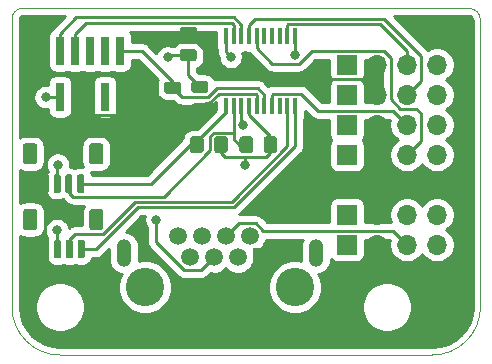
<source format=gbr>
G04 #@! TF.GenerationSoftware,KiCad,Pcbnew,(5.1.5)-3*
G04 #@! TF.CreationDate,2021-07-17T20:23:40-05:00*
G04 #@! TF.ProjectId,InputBoardSTM32,496e7075-7442-46f6-9172-6453544d3332,rev?*
G04 #@! TF.SameCoordinates,Original*
G04 #@! TF.FileFunction,Copper,L1,Top*
G04 #@! TF.FilePolarity,Positive*
%FSLAX46Y46*%
G04 Gerber Fmt 4.6, Leading zero omitted, Abs format (unit mm)*
G04 Created by KiCad (PCBNEW (5.1.5)-3) date 2021-07-17 20:23:40*
%MOMM*%
%LPD*%
G04 APERTURE LIST*
%ADD10C,0.050000*%
%ADD11O,1.700000X1.700000*%
%ADD12R,1.700000X1.700000*%
%ADD13C,0.100000*%
%ADD14R,0.740000X2.400000*%
%ADD15O,1.259000X2.362000*%
%ADD16R,1.500000X1.500000*%
%ADD17C,1.500000*%
%ADD18C,3.250000*%
%ADD19R,0.450000X1.450000*%
%ADD20C,0.800000*%
%ADD21C,0.250000*%
%ADD22C,0.254000*%
G04 APERTURE END LIST*
D10*
X171279873Y-85389743D02*
G75*
G02X172239940Y-86360000I-5095J-965162D01*
G01*
X132588000Y-86296602D02*
G75*
G02X133489685Y-85389720I901685J5182D01*
G01*
X132588000Y-110680500D02*
X132588000Y-86296602D01*
X136652000Y-114744500D02*
G75*
G02X132588000Y-110680500I0J4064000D01*
G01*
X168153080Y-114744500D02*
X136652000Y-114744500D01*
X172239940Y-86360000D02*
X172250164Y-110667800D01*
X172250164Y-110670340D02*
G75*
G02X168153080Y-114744500I-4074224J0D01*
G01*
X171279820Y-85389720D02*
X133489685Y-85389720D01*
D11*
X168569640Y-95250000D03*
X166029640Y-95250000D03*
X163489640Y-95250000D03*
D12*
X160949640Y-95250000D03*
D11*
X168569640Y-97790000D03*
X166029640Y-97790000D03*
X163489640Y-97790000D03*
D12*
X160949640Y-97790000D03*
D11*
X168569640Y-92710000D03*
X166029640Y-92710000D03*
X163489640Y-92710000D03*
D12*
X160949640Y-92710000D03*
X160949640Y-90170000D03*
D11*
X163489640Y-90170000D03*
X166029640Y-90170000D03*
X168569640Y-90170000D03*
X168569640Y-102870000D03*
X166029640Y-102870000D03*
X163489640Y-102870000D03*
D12*
X160949640Y-102870000D03*
X160949640Y-105410000D03*
D11*
X163489640Y-105410000D03*
X166029640Y-105410000D03*
X168569640Y-105410000D03*
G04 #@! TA.AperFunction,SMDPad,CuDef*
D13*
G36*
X150627445Y-96232684D02*
G01*
X150651713Y-96236284D01*
X150675512Y-96242245D01*
X150698611Y-96250510D01*
X150720790Y-96261000D01*
X150741833Y-96273612D01*
X150761539Y-96288227D01*
X150779717Y-96304703D01*
X150796193Y-96322881D01*
X150810808Y-96342587D01*
X150823420Y-96363630D01*
X150833910Y-96385809D01*
X150842175Y-96408908D01*
X150848136Y-96432707D01*
X150851736Y-96456975D01*
X150852940Y-96481479D01*
X150852940Y-97381481D01*
X150851736Y-97405985D01*
X150848136Y-97430253D01*
X150842175Y-97454052D01*
X150833910Y-97477151D01*
X150823420Y-97499330D01*
X150810808Y-97520373D01*
X150796193Y-97540079D01*
X150779717Y-97558257D01*
X150761539Y-97574733D01*
X150741833Y-97589348D01*
X150720790Y-97601960D01*
X150698611Y-97612450D01*
X150675512Y-97620715D01*
X150651713Y-97626676D01*
X150627445Y-97630276D01*
X150602941Y-97631480D01*
X149952939Y-97631480D01*
X149928435Y-97630276D01*
X149904167Y-97626676D01*
X149880368Y-97620715D01*
X149857269Y-97612450D01*
X149835090Y-97601960D01*
X149814047Y-97589348D01*
X149794341Y-97574733D01*
X149776163Y-97558257D01*
X149759687Y-97540079D01*
X149745072Y-97520373D01*
X149732460Y-97499330D01*
X149721970Y-97477151D01*
X149713705Y-97454052D01*
X149707744Y-97430253D01*
X149704144Y-97405985D01*
X149702940Y-97381481D01*
X149702940Y-96481479D01*
X149704144Y-96456975D01*
X149707744Y-96432707D01*
X149713705Y-96408908D01*
X149721970Y-96385809D01*
X149732460Y-96363630D01*
X149745072Y-96342587D01*
X149759687Y-96322881D01*
X149776163Y-96304703D01*
X149794341Y-96288227D01*
X149814047Y-96273612D01*
X149835090Y-96261000D01*
X149857269Y-96250510D01*
X149880368Y-96242245D01*
X149904167Y-96236284D01*
X149928435Y-96232684D01*
X149952939Y-96231480D01*
X150602941Y-96231480D01*
X150627445Y-96232684D01*
G37*
G04 #@! TD.AperFunction*
G04 #@! TA.AperFunction,SMDPad,CuDef*
G36*
X148577445Y-96232684D02*
G01*
X148601713Y-96236284D01*
X148625512Y-96242245D01*
X148648611Y-96250510D01*
X148670790Y-96261000D01*
X148691833Y-96273612D01*
X148711539Y-96288227D01*
X148729717Y-96304703D01*
X148746193Y-96322881D01*
X148760808Y-96342587D01*
X148773420Y-96363630D01*
X148783910Y-96385809D01*
X148792175Y-96408908D01*
X148798136Y-96432707D01*
X148801736Y-96456975D01*
X148802940Y-96481479D01*
X148802940Y-97381481D01*
X148801736Y-97405985D01*
X148798136Y-97430253D01*
X148792175Y-97454052D01*
X148783910Y-97477151D01*
X148773420Y-97499330D01*
X148760808Y-97520373D01*
X148746193Y-97540079D01*
X148729717Y-97558257D01*
X148711539Y-97574733D01*
X148691833Y-97589348D01*
X148670790Y-97601960D01*
X148648611Y-97612450D01*
X148625512Y-97620715D01*
X148601713Y-97626676D01*
X148577445Y-97630276D01*
X148552941Y-97631480D01*
X147902939Y-97631480D01*
X147878435Y-97630276D01*
X147854167Y-97626676D01*
X147830368Y-97620715D01*
X147807269Y-97612450D01*
X147785090Y-97601960D01*
X147764047Y-97589348D01*
X147744341Y-97574733D01*
X147726163Y-97558257D01*
X147709687Y-97540079D01*
X147695072Y-97520373D01*
X147682460Y-97499330D01*
X147671970Y-97477151D01*
X147663705Y-97454052D01*
X147657744Y-97430253D01*
X147654144Y-97405985D01*
X147652940Y-97381481D01*
X147652940Y-96481479D01*
X147654144Y-96456975D01*
X147657744Y-96432707D01*
X147663705Y-96408908D01*
X147671970Y-96385809D01*
X147682460Y-96363630D01*
X147695072Y-96342587D01*
X147709687Y-96322881D01*
X147726163Y-96304703D01*
X147744341Y-96288227D01*
X147764047Y-96273612D01*
X147785090Y-96261000D01*
X147807269Y-96250510D01*
X147830368Y-96242245D01*
X147854167Y-96236284D01*
X147878435Y-96232684D01*
X147902939Y-96231480D01*
X148552941Y-96231480D01*
X148577445Y-96232684D01*
G37*
G04 #@! TD.AperFunction*
G04 #@! TA.AperFunction,SMDPad,CuDef*
G36*
X152755745Y-96237764D02*
G01*
X152780013Y-96241364D01*
X152803812Y-96247325D01*
X152826911Y-96255590D01*
X152849090Y-96266080D01*
X152870133Y-96278692D01*
X152889839Y-96293307D01*
X152908017Y-96309783D01*
X152924493Y-96327961D01*
X152939108Y-96347667D01*
X152951720Y-96368710D01*
X152962210Y-96390889D01*
X152970475Y-96413988D01*
X152976436Y-96437787D01*
X152980036Y-96462055D01*
X152981240Y-96486559D01*
X152981240Y-97386561D01*
X152980036Y-97411065D01*
X152976436Y-97435333D01*
X152970475Y-97459132D01*
X152962210Y-97482231D01*
X152951720Y-97504410D01*
X152939108Y-97525453D01*
X152924493Y-97545159D01*
X152908017Y-97563337D01*
X152889839Y-97579813D01*
X152870133Y-97594428D01*
X152849090Y-97607040D01*
X152826911Y-97617530D01*
X152803812Y-97625795D01*
X152780013Y-97631756D01*
X152755745Y-97635356D01*
X152731241Y-97636560D01*
X152081239Y-97636560D01*
X152056735Y-97635356D01*
X152032467Y-97631756D01*
X152008668Y-97625795D01*
X151985569Y-97617530D01*
X151963390Y-97607040D01*
X151942347Y-97594428D01*
X151922641Y-97579813D01*
X151904463Y-97563337D01*
X151887987Y-97545159D01*
X151873372Y-97525453D01*
X151860760Y-97504410D01*
X151850270Y-97482231D01*
X151842005Y-97459132D01*
X151836044Y-97435333D01*
X151832444Y-97411065D01*
X151831240Y-97386561D01*
X151831240Y-96486559D01*
X151832444Y-96462055D01*
X151836044Y-96437787D01*
X151842005Y-96413988D01*
X151850270Y-96390889D01*
X151860760Y-96368710D01*
X151873372Y-96347667D01*
X151887987Y-96327961D01*
X151904463Y-96309783D01*
X151922641Y-96293307D01*
X151942347Y-96278692D01*
X151963390Y-96266080D01*
X151985569Y-96255590D01*
X152008668Y-96247325D01*
X152032467Y-96241364D01*
X152056735Y-96237764D01*
X152081239Y-96236560D01*
X152731241Y-96236560D01*
X152755745Y-96237764D01*
G37*
G04 #@! TD.AperFunction*
G04 #@! TA.AperFunction,SMDPad,CuDef*
G36*
X154805745Y-96237764D02*
G01*
X154830013Y-96241364D01*
X154853812Y-96247325D01*
X154876911Y-96255590D01*
X154899090Y-96266080D01*
X154920133Y-96278692D01*
X154939839Y-96293307D01*
X154958017Y-96309783D01*
X154974493Y-96327961D01*
X154989108Y-96347667D01*
X155001720Y-96368710D01*
X155012210Y-96390889D01*
X155020475Y-96413988D01*
X155026436Y-96437787D01*
X155030036Y-96462055D01*
X155031240Y-96486559D01*
X155031240Y-97386561D01*
X155030036Y-97411065D01*
X155026436Y-97435333D01*
X155020475Y-97459132D01*
X155012210Y-97482231D01*
X155001720Y-97504410D01*
X154989108Y-97525453D01*
X154974493Y-97545159D01*
X154958017Y-97563337D01*
X154939839Y-97579813D01*
X154920133Y-97594428D01*
X154899090Y-97607040D01*
X154876911Y-97617530D01*
X154853812Y-97625795D01*
X154830013Y-97631756D01*
X154805745Y-97635356D01*
X154781241Y-97636560D01*
X154131239Y-97636560D01*
X154106735Y-97635356D01*
X154082467Y-97631756D01*
X154058668Y-97625795D01*
X154035569Y-97617530D01*
X154013390Y-97607040D01*
X153992347Y-97594428D01*
X153972641Y-97579813D01*
X153954463Y-97563337D01*
X153937987Y-97545159D01*
X153923372Y-97525453D01*
X153910760Y-97504410D01*
X153900270Y-97482231D01*
X153892005Y-97459132D01*
X153886044Y-97435333D01*
X153882444Y-97411065D01*
X153881240Y-97386561D01*
X153881240Y-96486559D01*
X153882444Y-96462055D01*
X153886044Y-96437787D01*
X153892005Y-96413988D01*
X153900270Y-96390889D01*
X153910760Y-96368710D01*
X153923372Y-96347667D01*
X153937987Y-96327961D01*
X153954463Y-96309783D01*
X153972641Y-96293307D01*
X153992347Y-96278692D01*
X154013390Y-96266080D01*
X154035569Y-96255590D01*
X154058668Y-96247325D01*
X154082467Y-96241364D01*
X154106735Y-96237764D01*
X154131239Y-96236560D01*
X154781241Y-96236560D01*
X154805745Y-96237764D01*
G37*
G04 #@! TD.AperFunction*
G04 #@! TA.AperFunction,SMDPad,CuDef*
G36*
X146691744Y-91624424D02*
G01*
X146716013Y-91628024D01*
X146739811Y-91633985D01*
X146762911Y-91642250D01*
X146785089Y-91652740D01*
X146806133Y-91665353D01*
X146825838Y-91679967D01*
X146844017Y-91696443D01*
X146860493Y-91714622D01*
X146875107Y-91734327D01*
X146887720Y-91755371D01*
X146898210Y-91777549D01*
X146906475Y-91800649D01*
X146912436Y-91824447D01*
X146916036Y-91848716D01*
X146917240Y-91873220D01*
X146917240Y-92373220D01*
X146916036Y-92397724D01*
X146912436Y-92421993D01*
X146906475Y-92445791D01*
X146898210Y-92468891D01*
X146887720Y-92491069D01*
X146875107Y-92512113D01*
X146860493Y-92531818D01*
X146844017Y-92549997D01*
X146825838Y-92566473D01*
X146806133Y-92581087D01*
X146785089Y-92593700D01*
X146762911Y-92604190D01*
X146739811Y-92612455D01*
X146716013Y-92618416D01*
X146691744Y-92622016D01*
X146667240Y-92623220D01*
X145717240Y-92623220D01*
X145692736Y-92622016D01*
X145668467Y-92618416D01*
X145644669Y-92612455D01*
X145621569Y-92604190D01*
X145599391Y-92593700D01*
X145578347Y-92581087D01*
X145558642Y-92566473D01*
X145540463Y-92549997D01*
X145523987Y-92531818D01*
X145509373Y-92512113D01*
X145496760Y-92491069D01*
X145486270Y-92468891D01*
X145478005Y-92445791D01*
X145472044Y-92421993D01*
X145468444Y-92397724D01*
X145467240Y-92373220D01*
X145467240Y-91873220D01*
X145468444Y-91848716D01*
X145472044Y-91824447D01*
X145478005Y-91800649D01*
X145486270Y-91777549D01*
X145496760Y-91755371D01*
X145509373Y-91734327D01*
X145523987Y-91714622D01*
X145540463Y-91696443D01*
X145558642Y-91679967D01*
X145578347Y-91665353D01*
X145599391Y-91652740D01*
X145621569Y-91642250D01*
X145644669Y-91633985D01*
X145668467Y-91628024D01*
X145692736Y-91624424D01*
X145717240Y-91623220D01*
X146667240Y-91623220D01*
X146691744Y-91624424D01*
G37*
G04 #@! TD.AperFunction*
G04 #@! TA.AperFunction,SMDPad,CuDef*
G36*
X146691744Y-93524424D02*
G01*
X146716013Y-93528024D01*
X146739811Y-93533985D01*
X146762911Y-93542250D01*
X146785089Y-93552740D01*
X146806133Y-93565353D01*
X146825838Y-93579967D01*
X146844017Y-93596443D01*
X146860493Y-93614622D01*
X146875107Y-93634327D01*
X146887720Y-93655371D01*
X146898210Y-93677549D01*
X146906475Y-93700649D01*
X146912436Y-93724447D01*
X146916036Y-93748716D01*
X146917240Y-93773220D01*
X146917240Y-94273220D01*
X146916036Y-94297724D01*
X146912436Y-94321993D01*
X146906475Y-94345791D01*
X146898210Y-94368891D01*
X146887720Y-94391069D01*
X146875107Y-94412113D01*
X146860493Y-94431818D01*
X146844017Y-94449997D01*
X146825838Y-94466473D01*
X146806133Y-94481087D01*
X146785089Y-94493700D01*
X146762911Y-94504190D01*
X146739811Y-94512455D01*
X146716013Y-94518416D01*
X146691744Y-94522016D01*
X146667240Y-94523220D01*
X145717240Y-94523220D01*
X145692736Y-94522016D01*
X145668467Y-94518416D01*
X145644669Y-94512455D01*
X145621569Y-94504190D01*
X145599391Y-94493700D01*
X145578347Y-94481087D01*
X145558642Y-94466473D01*
X145540463Y-94449997D01*
X145523987Y-94431818D01*
X145509373Y-94412113D01*
X145496760Y-94391069D01*
X145486270Y-94368891D01*
X145478005Y-94345791D01*
X145472044Y-94321993D01*
X145468444Y-94297724D01*
X145467240Y-94273220D01*
X145467240Y-93773220D01*
X145468444Y-93748716D01*
X145472044Y-93724447D01*
X145478005Y-93700649D01*
X145486270Y-93677549D01*
X145496760Y-93655371D01*
X145509373Y-93634327D01*
X145523987Y-93614622D01*
X145540463Y-93596443D01*
X145558642Y-93579967D01*
X145578347Y-93565353D01*
X145599391Y-93552740D01*
X145621569Y-93542250D01*
X145644669Y-93533985D01*
X145668467Y-93528024D01*
X145692736Y-93524424D01*
X145717240Y-93523220D01*
X146667240Y-93523220D01*
X146691744Y-93524424D01*
G37*
G04 #@! TD.AperFunction*
G04 #@! TA.AperFunction,SMDPad,CuDef*
G36*
X148985364Y-91545684D02*
G01*
X149009633Y-91549284D01*
X149033431Y-91555245D01*
X149056531Y-91563510D01*
X149078709Y-91574000D01*
X149099753Y-91586613D01*
X149119458Y-91601227D01*
X149137637Y-91617703D01*
X149154113Y-91635882D01*
X149168727Y-91655587D01*
X149181340Y-91676631D01*
X149191830Y-91698809D01*
X149200095Y-91721909D01*
X149206056Y-91745707D01*
X149209656Y-91769976D01*
X149210860Y-91794480D01*
X149210860Y-92294480D01*
X149209656Y-92318984D01*
X149206056Y-92343253D01*
X149200095Y-92367051D01*
X149191830Y-92390151D01*
X149181340Y-92412329D01*
X149168727Y-92433373D01*
X149154113Y-92453078D01*
X149137637Y-92471257D01*
X149119458Y-92487733D01*
X149099753Y-92502347D01*
X149078709Y-92514960D01*
X149056531Y-92525450D01*
X149033431Y-92533715D01*
X149009633Y-92539676D01*
X148985364Y-92543276D01*
X148960860Y-92544480D01*
X148010860Y-92544480D01*
X147986356Y-92543276D01*
X147962087Y-92539676D01*
X147938289Y-92533715D01*
X147915189Y-92525450D01*
X147893011Y-92514960D01*
X147871967Y-92502347D01*
X147852262Y-92487733D01*
X147834083Y-92471257D01*
X147817607Y-92453078D01*
X147802993Y-92433373D01*
X147790380Y-92412329D01*
X147779890Y-92390151D01*
X147771625Y-92367051D01*
X147765664Y-92343253D01*
X147762064Y-92318984D01*
X147760860Y-92294480D01*
X147760860Y-91794480D01*
X147762064Y-91769976D01*
X147765664Y-91745707D01*
X147771625Y-91721909D01*
X147779890Y-91698809D01*
X147790380Y-91676631D01*
X147802993Y-91655587D01*
X147817607Y-91635882D01*
X147834083Y-91617703D01*
X147852262Y-91601227D01*
X147871967Y-91586613D01*
X147893011Y-91574000D01*
X147915189Y-91563510D01*
X147938289Y-91555245D01*
X147962087Y-91549284D01*
X147986356Y-91545684D01*
X148010860Y-91544480D01*
X148960860Y-91544480D01*
X148985364Y-91545684D01*
G37*
G04 #@! TD.AperFunction*
G04 #@! TA.AperFunction,SMDPad,CuDef*
G36*
X148985364Y-93445684D02*
G01*
X149009633Y-93449284D01*
X149033431Y-93455245D01*
X149056531Y-93463510D01*
X149078709Y-93474000D01*
X149099753Y-93486613D01*
X149119458Y-93501227D01*
X149137637Y-93517703D01*
X149154113Y-93535882D01*
X149168727Y-93555587D01*
X149181340Y-93576631D01*
X149191830Y-93598809D01*
X149200095Y-93621909D01*
X149206056Y-93645707D01*
X149209656Y-93669976D01*
X149210860Y-93694480D01*
X149210860Y-94194480D01*
X149209656Y-94218984D01*
X149206056Y-94243253D01*
X149200095Y-94267051D01*
X149191830Y-94290151D01*
X149181340Y-94312329D01*
X149168727Y-94333373D01*
X149154113Y-94353078D01*
X149137637Y-94371257D01*
X149119458Y-94387733D01*
X149099753Y-94402347D01*
X149078709Y-94414960D01*
X149056531Y-94425450D01*
X149033431Y-94433715D01*
X149009633Y-94439676D01*
X148985364Y-94443276D01*
X148960860Y-94444480D01*
X148010860Y-94444480D01*
X147986356Y-94443276D01*
X147962087Y-94439676D01*
X147938289Y-94433715D01*
X147915189Y-94425450D01*
X147893011Y-94414960D01*
X147871967Y-94402347D01*
X147852262Y-94387733D01*
X147834083Y-94371257D01*
X147817607Y-94353078D01*
X147802993Y-94333373D01*
X147790380Y-94312329D01*
X147779890Y-94290151D01*
X147771625Y-94267051D01*
X147765664Y-94243253D01*
X147762064Y-94218984D01*
X147760860Y-94194480D01*
X147760860Y-93694480D01*
X147762064Y-93669976D01*
X147765664Y-93645707D01*
X147771625Y-93621909D01*
X147779890Y-93598809D01*
X147790380Y-93576631D01*
X147802993Y-93555587D01*
X147817607Y-93535882D01*
X147834083Y-93517703D01*
X147852262Y-93501227D01*
X147871967Y-93486613D01*
X147893011Y-93474000D01*
X147915189Y-93463510D01*
X147938289Y-93455245D01*
X147962087Y-93449284D01*
X147986356Y-93445684D01*
X148010860Y-93444480D01*
X148960860Y-93444480D01*
X148985364Y-93445684D01*
G37*
G04 #@! TD.AperFunction*
G04 #@! TA.AperFunction,SMDPad,CuDef*
G36*
X148010004Y-86940664D02*
G01*
X148034273Y-86944264D01*
X148058071Y-86950225D01*
X148081171Y-86958490D01*
X148103349Y-86968980D01*
X148124393Y-86981593D01*
X148144098Y-86996207D01*
X148162277Y-87012683D01*
X148178753Y-87030862D01*
X148193367Y-87050567D01*
X148205980Y-87071611D01*
X148216470Y-87093789D01*
X148224735Y-87116889D01*
X148230696Y-87140687D01*
X148234296Y-87164956D01*
X148235500Y-87189460D01*
X148235500Y-87689460D01*
X148234296Y-87713964D01*
X148230696Y-87738233D01*
X148224735Y-87762031D01*
X148216470Y-87785131D01*
X148205980Y-87807309D01*
X148193367Y-87828353D01*
X148178753Y-87848058D01*
X148162277Y-87866237D01*
X148144098Y-87882713D01*
X148124393Y-87897327D01*
X148103349Y-87909940D01*
X148081171Y-87920430D01*
X148058071Y-87928695D01*
X148034273Y-87934656D01*
X148010004Y-87938256D01*
X147985500Y-87939460D01*
X147035500Y-87939460D01*
X147010996Y-87938256D01*
X146986727Y-87934656D01*
X146962929Y-87928695D01*
X146939829Y-87920430D01*
X146917651Y-87909940D01*
X146896607Y-87897327D01*
X146876902Y-87882713D01*
X146858723Y-87866237D01*
X146842247Y-87848058D01*
X146827633Y-87828353D01*
X146815020Y-87807309D01*
X146804530Y-87785131D01*
X146796265Y-87762031D01*
X146790304Y-87738233D01*
X146786704Y-87713964D01*
X146785500Y-87689460D01*
X146785500Y-87189460D01*
X146786704Y-87164956D01*
X146790304Y-87140687D01*
X146796265Y-87116889D01*
X146804530Y-87093789D01*
X146815020Y-87071611D01*
X146827633Y-87050567D01*
X146842247Y-87030862D01*
X146858723Y-87012683D01*
X146876902Y-86996207D01*
X146896607Y-86981593D01*
X146917651Y-86968980D01*
X146939829Y-86958490D01*
X146962929Y-86950225D01*
X146986727Y-86944264D01*
X147010996Y-86940664D01*
X147035500Y-86939460D01*
X147985500Y-86939460D01*
X148010004Y-86940664D01*
G37*
G04 #@! TD.AperFunction*
G04 #@! TA.AperFunction,SMDPad,CuDef*
G36*
X148010004Y-88840664D02*
G01*
X148034273Y-88844264D01*
X148058071Y-88850225D01*
X148081171Y-88858490D01*
X148103349Y-88868980D01*
X148124393Y-88881593D01*
X148144098Y-88896207D01*
X148162277Y-88912683D01*
X148178753Y-88930862D01*
X148193367Y-88950567D01*
X148205980Y-88971611D01*
X148216470Y-88993789D01*
X148224735Y-89016889D01*
X148230696Y-89040687D01*
X148234296Y-89064956D01*
X148235500Y-89089460D01*
X148235500Y-89589460D01*
X148234296Y-89613964D01*
X148230696Y-89638233D01*
X148224735Y-89662031D01*
X148216470Y-89685131D01*
X148205980Y-89707309D01*
X148193367Y-89728353D01*
X148178753Y-89748058D01*
X148162277Y-89766237D01*
X148144098Y-89782713D01*
X148124393Y-89797327D01*
X148103349Y-89809940D01*
X148081171Y-89820430D01*
X148058071Y-89828695D01*
X148034273Y-89834656D01*
X148010004Y-89838256D01*
X147985500Y-89839460D01*
X147035500Y-89839460D01*
X147010996Y-89838256D01*
X146986727Y-89834656D01*
X146962929Y-89828695D01*
X146939829Y-89820430D01*
X146917651Y-89809940D01*
X146896607Y-89797327D01*
X146876902Y-89782713D01*
X146858723Y-89766237D01*
X146842247Y-89748058D01*
X146827633Y-89728353D01*
X146815020Y-89707309D01*
X146804530Y-89685131D01*
X146796265Y-89662031D01*
X146790304Y-89638233D01*
X146786704Y-89613964D01*
X146785500Y-89589460D01*
X146785500Y-89089460D01*
X146786704Y-89064956D01*
X146790304Y-89040687D01*
X146796265Y-89016889D01*
X146804530Y-88993789D01*
X146815020Y-88971611D01*
X146827633Y-88950567D01*
X146842247Y-88930862D01*
X146858723Y-88912683D01*
X146876902Y-88896207D01*
X146896607Y-88881593D01*
X146917651Y-88868980D01*
X146939829Y-88858490D01*
X146962929Y-88850225D01*
X146986727Y-88844264D01*
X147010996Y-88840664D01*
X147035500Y-88839460D01*
X147985500Y-88839460D01*
X148010004Y-88840664D01*
G37*
G04 #@! TD.AperFunction*
D14*
X141724380Y-88992160D03*
X141724380Y-92892160D03*
X140454380Y-88992160D03*
X140454380Y-92892160D03*
X139184380Y-88992160D03*
X139184380Y-92892160D03*
X137914380Y-88992160D03*
X137914380Y-92892160D03*
X136644380Y-88992160D03*
X136644380Y-92892160D03*
G04 #@! TA.AperFunction,SMDPad,CuDef*
D13*
G36*
X135570703Y-99458322D02*
G01*
X135585264Y-99460482D01*
X135599543Y-99464059D01*
X135613403Y-99469018D01*
X135626710Y-99475312D01*
X135639336Y-99482880D01*
X135651159Y-99491648D01*
X135662066Y-99501534D01*
X135671952Y-99512441D01*
X135680720Y-99524264D01*
X135688288Y-99536890D01*
X135694582Y-99550197D01*
X135699541Y-99564057D01*
X135703118Y-99578336D01*
X135705278Y-99592897D01*
X135706000Y-99607600D01*
X135706000Y-100857600D01*
X135705278Y-100872303D01*
X135703118Y-100886864D01*
X135699541Y-100901143D01*
X135694582Y-100915003D01*
X135688288Y-100928310D01*
X135680720Y-100940936D01*
X135671952Y-100952759D01*
X135662066Y-100963666D01*
X135651159Y-100973552D01*
X135639336Y-100982320D01*
X135626710Y-100989888D01*
X135613403Y-100996182D01*
X135599543Y-101001141D01*
X135585264Y-101004718D01*
X135570703Y-101006878D01*
X135556000Y-101007600D01*
X135256000Y-101007600D01*
X135241297Y-101006878D01*
X135226736Y-101004718D01*
X135212457Y-101001141D01*
X135198597Y-100996182D01*
X135185290Y-100989888D01*
X135172664Y-100982320D01*
X135160841Y-100973552D01*
X135149934Y-100963666D01*
X135140048Y-100952759D01*
X135131280Y-100940936D01*
X135123712Y-100928310D01*
X135117418Y-100915003D01*
X135112459Y-100901143D01*
X135108882Y-100886864D01*
X135106722Y-100872303D01*
X135106000Y-100857600D01*
X135106000Y-99607600D01*
X135106722Y-99592897D01*
X135108882Y-99578336D01*
X135112459Y-99564057D01*
X135117418Y-99550197D01*
X135123712Y-99536890D01*
X135131280Y-99524264D01*
X135140048Y-99512441D01*
X135149934Y-99501534D01*
X135160841Y-99491648D01*
X135172664Y-99482880D01*
X135185290Y-99475312D01*
X135198597Y-99469018D01*
X135212457Y-99464059D01*
X135226736Y-99460482D01*
X135241297Y-99458322D01*
X135256000Y-99457600D01*
X135556000Y-99457600D01*
X135570703Y-99458322D01*
G37*
G04 #@! TD.AperFunction*
G04 #@! TA.AperFunction,SMDPad,CuDef*
G36*
X136570703Y-99458322D02*
G01*
X136585264Y-99460482D01*
X136599543Y-99464059D01*
X136613403Y-99469018D01*
X136626710Y-99475312D01*
X136639336Y-99482880D01*
X136651159Y-99491648D01*
X136662066Y-99501534D01*
X136671952Y-99512441D01*
X136680720Y-99524264D01*
X136688288Y-99536890D01*
X136694582Y-99550197D01*
X136699541Y-99564057D01*
X136703118Y-99578336D01*
X136705278Y-99592897D01*
X136706000Y-99607600D01*
X136706000Y-100857600D01*
X136705278Y-100872303D01*
X136703118Y-100886864D01*
X136699541Y-100901143D01*
X136694582Y-100915003D01*
X136688288Y-100928310D01*
X136680720Y-100940936D01*
X136671952Y-100952759D01*
X136662066Y-100963666D01*
X136651159Y-100973552D01*
X136639336Y-100982320D01*
X136626710Y-100989888D01*
X136613403Y-100996182D01*
X136599543Y-101001141D01*
X136585264Y-101004718D01*
X136570703Y-101006878D01*
X136556000Y-101007600D01*
X136256000Y-101007600D01*
X136241297Y-101006878D01*
X136226736Y-101004718D01*
X136212457Y-101001141D01*
X136198597Y-100996182D01*
X136185290Y-100989888D01*
X136172664Y-100982320D01*
X136160841Y-100973552D01*
X136149934Y-100963666D01*
X136140048Y-100952759D01*
X136131280Y-100940936D01*
X136123712Y-100928310D01*
X136117418Y-100915003D01*
X136112459Y-100901143D01*
X136108882Y-100886864D01*
X136106722Y-100872303D01*
X136106000Y-100857600D01*
X136106000Y-99607600D01*
X136106722Y-99592897D01*
X136108882Y-99578336D01*
X136112459Y-99564057D01*
X136117418Y-99550197D01*
X136123712Y-99536890D01*
X136131280Y-99524264D01*
X136140048Y-99512441D01*
X136149934Y-99501534D01*
X136160841Y-99491648D01*
X136172664Y-99482880D01*
X136185290Y-99475312D01*
X136198597Y-99469018D01*
X136212457Y-99464059D01*
X136226736Y-99460482D01*
X136241297Y-99458322D01*
X136256000Y-99457600D01*
X136556000Y-99457600D01*
X136570703Y-99458322D01*
G37*
G04 #@! TD.AperFunction*
G04 #@! TA.AperFunction,SMDPad,CuDef*
G36*
X137570703Y-99458322D02*
G01*
X137585264Y-99460482D01*
X137599543Y-99464059D01*
X137613403Y-99469018D01*
X137626710Y-99475312D01*
X137639336Y-99482880D01*
X137651159Y-99491648D01*
X137662066Y-99501534D01*
X137671952Y-99512441D01*
X137680720Y-99524264D01*
X137688288Y-99536890D01*
X137694582Y-99550197D01*
X137699541Y-99564057D01*
X137703118Y-99578336D01*
X137705278Y-99592897D01*
X137706000Y-99607600D01*
X137706000Y-100857600D01*
X137705278Y-100872303D01*
X137703118Y-100886864D01*
X137699541Y-100901143D01*
X137694582Y-100915003D01*
X137688288Y-100928310D01*
X137680720Y-100940936D01*
X137671952Y-100952759D01*
X137662066Y-100963666D01*
X137651159Y-100973552D01*
X137639336Y-100982320D01*
X137626710Y-100989888D01*
X137613403Y-100996182D01*
X137599543Y-101001141D01*
X137585264Y-101004718D01*
X137570703Y-101006878D01*
X137556000Y-101007600D01*
X137256000Y-101007600D01*
X137241297Y-101006878D01*
X137226736Y-101004718D01*
X137212457Y-101001141D01*
X137198597Y-100996182D01*
X137185290Y-100989888D01*
X137172664Y-100982320D01*
X137160841Y-100973552D01*
X137149934Y-100963666D01*
X137140048Y-100952759D01*
X137131280Y-100940936D01*
X137123712Y-100928310D01*
X137117418Y-100915003D01*
X137112459Y-100901143D01*
X137108882Y-100886864D01*
X137106722Y-100872303D01*
X137106000Y-100857600D01*
X137106000Y-99607600D01*
X137106722Y-99592897D01*
X137108882Y-99578336D01*
X137112459Y-99564057D01*
X137117418Y-99550197D01*
X137123712Y-99536890D01*
X137131280Y-99524264D01*
X137140048Y-99512441D01*
X137149934Y-99501534D01*
X137160841Y-99491648D01*
X137172664Y-99482880D01*
X137185290Y-99475312D01*
X137198597Y-99469018D01*
X137212457Y-99464059D01*
X137226736Y-99460482D01*
X137241297Y-99458322D01*
X137256000Y-99457600D01*
X137556000Y-99457600D01*
X137570703Y-99458322D01*
G37*
G04 #@! TD.AperFunction*
G04 #@! TA.AperFunction,SMDPad,CuDef*
G36*
X138570703Y-99458322D02*
G01*
X138585264Y-99460482D01*
X138599543Y-99464059D01*
X138613403Y-99469018D01*
X138626710Y-99475312D01*
X138639336Y-99482880D01*
X138651159Y-99491648D01*
X138662066Y-99501534D01*
X138671952Y-99512441D01*
X138680720Y-99524264D01*
X138688288Y-99536890D01*
X138694582Y-99550197D01*
X138699541Y-99564057D01*
X138703118Y-99578336D01*
X138705278Y-99592897D01*
X138706000Y-99607600D01*
X138706000Y-100857600D01*
X138705278Y-100872303D01*
X138703118Y-100886864D01*
X138699541Y-100901143D01*
X138694582Y-100915003D01*
X138688288Y-100928310D01*
X138680720Y-100940936D01*
X138671952Y-100952759D01*
X138662066Y-100963666D01*
X138651159Y-100973552D01*
X138639336Y-100982320D01*
X138626710Y-100989888D01*
X138613403Y-100996182D01*
X138599543Y-101001141D01*
X138585264Y-101004718D01*
X138570703Y-101006878D01*
X138556000Y-101007600D01*
X138256000Y-101007600D01*
X138241297Y-101006878D01*
X138226736Y-101004718D01*
X138212457Y-101001141D01*
X138198597Y-100996182D01*
X138185290Y-100989888D01*
X138172664Y-100982320D01*
X138160841Y-100973552D01*
X138149934Y-100963666D01*
X138140048Y-100952759D01*
X138131280Y-100940936D01*
X138123712Y-100928310D01*
X138117418Y-100915003D01*
X138112459Y-100901143D01*
X138108882Y-100886864D01*
X138106722Y-100872303D01*
X138106000Y-100857600D01*
X138106000Y-99607600D01*
X138106722Y-99592897D01*
X138108882Y-99578336D01*
X138112459Y-99564057D01*
X138117418Y-99550197D01*
X138123712Y-99536890D01*
X138131280Y-99524264D01*
X138140048Y-99512441D01*
X138149934Y-99501534D01*
X138160841Y-99491648D01*
X138172664Y-99482880D01*
X138185290Y-99475312D01*
X138198597Y-99469018D01*
X138212457Y-99464059D01*
X138226736Y-99460482D01*
X138241297Y-99458322D01*
X138256000Y-99457600D01*
X138556000Y-99457600D01*
X138570703Y-99458322D01*
G37*
G04 #@! TD.AperFunction*
G04 #@! TA.AperFunction,SMDPad,CuDef*
G36*
X134480505Y-96808804D02*
G01*
X134504773Y-96812404D01*
X134528572Y-96818365D01*
X134551671Y-96826630D01*
X134573850Y-96837120D01*
X134594893Y-96849732D01*
X134614599Y-96864347D01*
X134632777Y-96880823D01*
X134649253Y-96899001D01*
X134663868Y-96918707D01*
X134676480Y-96939750D01*
X134686970Y-96961929D01*
X134695235Y-96985028D01*
X134701196Y-97008827D01*
X134704796Y-97033095D01*
X134706000Y-97057599D01*
X134706000Y-98357601D01*
X134704796Y-98382105D01*
X134701196Y-98406373D01*
X134695235Y-98430172D01*
X134686970Y-98453271D01*
X134676480Y-98475450D01*
X134663868Y-98496493D01*
X134649253Y-98516199D01*
X134632777Y-98534377D01*
X134614599Y-98550853D01*
X134594893Y-98565468D01*
X134573850Y-98578080D01*
X134551671Y-98588570D01*
X134528572Y-98596835D01*
X134504773Y-98602796D01*
X134480505Y-98606396D01*
X134456001Y-98607600D01*
X133755999Y-98607600D01*
X133731495Y-98606396D01*
X133707227Y-98602796D01*
X133683428Y-98596835D01*
X133660329Y-98588570D01*
X133638150Y-98578080D01*
X133617107Y-98565468D01*
X133597401Y-98550853D01*
X133579223Y-98534377D01*
X133562747Y-98516199D01*
X133548132Y-98496493D01*
X133535520Y-98475450D01*
X133525030Y-98453271D01*
X133516765Y-98430172D01*
X133510804Y-98406373D01*
X133507204Y-98382105D01*
X133506000Y-98357601D01*
X133506000Y-97057599D01*
X133507204Y-97033095D01*
X133510804Y-97008827D01*
X133516765Y-96985028D01*
X133525030Y-96961929D01*
X133535520Y-96939750D01*
X133548132Y-96918707D01*
X133562747Y-96899001D01*
X133579223Y-96880823D01*
X133597401Y-96864347D01*
X133617107Y-96849732D01*
X133638150Y-96837120D01*
X133660329Y-96826630D01*
X133683428Y-96818365D01*
X133707227Y-96812404D01*
X133731495Y-96808804D01*
X133755999Y-96807600D01*
X134456001Y-96807600D01*
X134480505Y-96808804D01*
G37*
G04 #@! TD.AperFunction*
G04 #@! TA.AperFunction,SMDPad,CuDef*
G36*
X140080505Y-96808804D02*
G01*
X140104773Y-96812404D01*
X140128572Y-96818365D01*
X140151671Y-96826630D01*
X140173850Y-96837120D01*
X140194893Y-96849732D01*
X140214599Y-96864347D01*
X140232777Y-96880823D01*
X140249253Y-96899001D01*
X140263868Y-96918707D01*
X140276480Y-96939750D01*
X140286970Y-96961929D01*
X140295235Y-96985028D01*
X140301196Y-97008827D01*
X140304796Y-97033095D01*
X140306000Y-97057599D01*
X140306000Y-98357601D01*
X140304796Y-98382105D01*
X140301196Y-98406373D01*
X140295235Y-98430172D01*
X140286970Y-98453271D01*
X140276480Y-98475450D01*
X140263868Y-98496493D01*
X140249253Y-98516199D01*
X140232777Y-98534377D01*
X140214599Y-98550853D01*
X140194893Y-98565468D01*
X140173850Y-98578080D01*
X140151671Y-98588570D01*
X140128572Y-98596835D01*
X140104773Y-98602796D01*
X140080505Y-98606396D01*
X140056001Y-98607600D01*
X139355999Y-98607600D01*
X139331495Y-98606396D01*
X139307227Y-98602796D01*
X139283428Y-98596835D01*
X139260329Y-98588570D01*
X139238150Y-98578080D01*
X139217107Y-98565468D01*
X139197401Y-98550853D01*
X139179223Y-98534377D01*
X139162747Y-98516199D01*
X139148132Y-98496493D01*
X139135520Y-98475450D01*
X139125030Y-98453271D01*
X139116765Y-98430172D01*
X139110804Y-98406373D01*
X139107204Y-98382105D01*
X139106000Y-98357601D01*
X139106000Y-97057599D01*
X139107204Y-97033095D01*
X139110804Y-97008827D01*
X139116765Y-96985028D01*
X139125030Y-96961929D01*
X139135520Y-96939750D01*
X139148132Y-96918707D01*
X139162747Y-96899001D01*
X139179223Y-96880823D01*
X139197401Y-96864347D01*
X139217107Y-96849732D01*
X139238150Y-96837120D01*
X139260329Y-96826630D01*
X139283428Y-96818365D01*
X139307227Y-96812404D01*
X139331495Y-96808804D01*
X139355999Y-96807600D01*
X140056001Y-96807600D01*
X140080505Y-96808804D01*
G37*
G04 #@! TD.AperFunction*
G04 #@! TA.AperFunction,SMDPad,CuDef*
G36*
X140105905Y-102371404D02*
G01*
X140130173Y-102375004D01*
X140153972Y-102380965D01*
X140177071Y-102389230D01*
X140199250Y-102399720D01*
X140220293Y-102412332D01*
X140239999Y-102426947D01*
X140258177Y-102443423D01*
X140274653Y-102461601D01*
X140289268Y-102481307D01*
X140301880Y-102502350D01*
X140312370Y-102524529D01*
X140320635Y-102547628D01*
X140326596Y-102571427D01*
X140330196Y-102595695D01*
X140331400Y-102620199D01*
X140331400Y-103920201D01*
X140330196Y-103944705D01*
X140326596Y-103968973D01*
X140320635Y-103992772D01*
X140312370Y-104015871D01*
X140301880Y-104038050D01*
X140289268Y-104059093D01*
X140274653Y-104078799D01*
X140258177Y-104096977D01*
X140239999Y-104113453D01*
X140220293Y-104128068D01*
X140199250Y-104140680D01*
X140177071Y-104151170D01*
X140153972Y-104159435D01*
X140130173Y-104165396D01*
X140105905Y-104168996D01*
X140081401Y-104170200D01*
X139381399Y-104170200D01*
X139356895Y-104168996D01*
X139332627Y-104165396D01*
X139308828Y-104159435D01*
X139285729Y-104151170D01*
X139263550Y-104140680D01*
X139242507Y-104128068D01*
X139222801Y-104113453D01*
X139204623Y-104096977D01*
X139188147Y-104078799D01*
X139173532Y-104059093D01*
X139160920Y-104038050D01*
X139150430Y-104015871D01*
X139142165Y-103992772D01*
X139136204Y-103968973D01*
X139132604Y-103944705D01*
X139131400Y-103920201D01*
X139131400Y-102620199D01*
X139132604Y-102595695D01*
X139136204Y-102571427D01*
X139142165Y-102547628D01*
X139150430Y-102524529D01*
X139160920Y-102502350D01*
X139173532Y-102481307D01*
X139188147Y-102461601D01*
X139204623Y-102443423D01*
X139222801Y-102426947D01*
X139242507Y-102412332D01*
X139263550Y-102399720D01*
X139285729Y-102389230D01*
X139308828Y-102380965D01*
X139332627Y-102375004D01*
X139356895Y-102371404D01*
X139381399Y-102370200D01*
X140081401Y-102370200D01*
X140105905Y-102371404D01*
G37*
G04 #@! TD.AperFunction*
G04 #@! TA.AperFunction,SMDPad,CuDef*
G36*
X134505905Y-102371404D02*
G01*
X134530173Y-102375004D01*
X134553972Y-102380965D01*
X134577071Y-102389230D01*
X134599250Y-102399720D01*
X134620293Y-102412332D01*
X134639999Y-102426947D01*
X134658177Y-102443423D01*
X134674653Y-102461601D01*
X134689268Y-102481307D01*
X134701880Y-102502350D01*
X134712370Y-102524529D01*
X134720635Y-102547628D01*
X134726596Y-102571427D01*
X134730196Y-102595695D01*
X134731400Y-102620199D01*
X134731400Y-103920201D01*
X134730196Y-103944705D01*
X134726596Y-103968973D01*
X134720635Y-103992772D01*
X134712370Y-104015871D01*
X134701880Y-104038050D01*
X134689268Y-104059093D01*
X134674653Y-104078799D01*
X134658177Y-104096977D01*
X134639999Y-104113453D01*
X134620293Y-104128068D01*
X134599250Y-104140680D01*
X134577071Y-104151170D01*
X134553972Y-104159435D01*
X134530173Y-104165396D01*
X134505905Y-104168996D01*
X134481401Y-104170200D01*
X133781399Y-104170200D01*
X133756895Y-104168996D01*
X133732627Y-104165396D01*
X133708828Y-104159435D01*
X133685729Y-104151170D01*
X133663550Y-104140680D01*
X133642507Y-104128068D01*
X133622801Y-104113453D01*
X133604623Y-104096977D01*
X133588147Y-104078799D01*
X133573532Y-104059093D01*
X133560920Y-104038050D01*
X133550430Y-104015871D01*
X133542165Y-103992772D01*
X133536204Y-103968973D01*
X133532604Y-103944705D01*
X133531400Y-103920201D01*
X133531400Y-102620199D01*
X133532604Y-102595695D01*
X133536204Y-102571427D01*
X133542165Y-102547628D01*
X133550430Y-102524529D01*
X133560920Y-102502350D01*
X133573532Y-102481307D01*
X133588147Y-102461601D01*
X133604623Y-102443423D01*
X133622801Y-102426947D01*
X133642507Y-102412332D01*
X133663550Y-102399720D01*
X133685729Y-102389230D01*
X133708828Y-102380965D01*
X133732627Y-102375004D01*
X133756895Y-102371404D01*
X133781399Y-102370200D01*
X134481401Y-102370200D01*
X134505905Y-102371404D01*
G37*
G04 #@! TD.AperFunction*
G04 #@! TA.AperFunction,SMDPad,CuDef*
G36*
X138596103Y-105020922D02*
G01*
X138610664Y-105023082D01*
X138624943Y-105026659D01*
X138638803Y-105031618D01*
X138652110Y-105037912D01*
X138664736Y-105045480D01*
X138676559Y-105054248D01*
X138687466Y-105064134D01*
X138697352Y-105075041D01*
X138706120Y-105086864D01*
X138713688Y-105099490D01*
X138719982Y-105112797D01*
X138724941Y-105126657D01*
X138728518Y-105140936D01*
X138730678Y-105155497D01*
X138731400Y-105170200D01*
X138731400Y-106420200D01*
X138730678Y-106434903D01*
X138728518Y-106449464D01*
X138724941Y-106463743D01*
X138719982Y-106477603D01*
X138713688Y-106490910D01*
X138706120Y-106503536D01*
X138697352Y-106515359D01*
X138687466Y-106526266D01*
X138676559Y-106536152D01*
X138664736Y-106544920D01*
X138652110Y-106552488D01*
X138638803Y-106558782D01*
X138624943Y-106563741D01*
X138610664Y-106567318D01*
X138596103Y-106569478D01*
X138581400Y-106570200D01*
X138281400Y-106570200D01*
X138266697Y-106569478D01*
X138252136Y-106567318D01*
X138237857Y-106563741D01*
X138223997Y-106558782D01*
X138210690Y-106552488D01*
X138198064Y-106544920D01*
X138186241Y-106536152D01*
X138175334Y-106526266D01*
X138165448Y-106515359D01*
X138156680Y-106503536D01*
X138149112Y-106490910D01*
X138142818Y-106477603D01*
X138137859Y-106463743D01*
X138134282Y-106449464D01*
X138132122Y-106434903D01*
X138131400Y-106420200D01*
X138131400Y-105170200D01*
X138132122Y-105155497D01*
X138134282Y-105140936D01*
X138137859Y-105126657D01*
X138142818Y-105112797D01*
X138149112Y-105099490D01*
X138156680Y-105086864D01*
X138165448Y-105075041D01*
X138175334Y-105064134D01*
X138186241Y-105054248D01*
X138198064Y-105045480D01*
X138210690Y-105037912D01*
X138223997Y-105031618D01*
X138237857Y-105026659D01*
X138252136Y-105023082D01*
X138266697Y-105020922D01*
X138281400Y-105020200D01*
X138581400Y-105020200D01*
X138596103Y-105020922D01*
G37*
G04 #@! TD.AperFunction*
G04 #@! TA.AperFunction,SMDPad,CuDef*
G36*
X137596103Y-105020922D02*
G01*
X137610664Y-105023082D01*
X137624943Y-105026659D01*
X137638803Y-105031618D01*
X137652110Y-105037912D01*
X137664736Y-105045480D01*
X137676559Y-105054248D01*
X137687466Y-105064134D01*
X137697352Y-105075041D01*
X137706120Y-105086864D01*
X137713688Y-105099490D01*
X137719982Y-105112797D01*
X137724941Y-105126657D01*
X137728518Y-105140936D01*
X137730678Y-105155497D01*
X137731400Y-105170200D01*
X137731400Y-106420200D01*
X137730678Y-106434903D01*
X137728518Y-106449464D01*
X137724941Y-106463743D01*
X137719982Y-106477603D01*
X137713688Y-106490910D01*
X137706120Y-106503536D01*
X137697352Y-106515359D01*
X137687466Y-106526266D01*
X137676559Y-106536152D01*
X137664736Y-106544920D01*
X137652110Y-106552488D01*
X137638803Y-106558782D01*
X137624943Y-106563741D01*
X137610664Y-106567318D01*
X137596103Y-106569478D01*
X137581400Y-106570200D01*
X137281400Y-106570200D01*
X137266697Y-106569478D01*
X137252136Y-106567318D01*
X137237857Y-106563741D01*
X137223997Y-106558782D01*
X137210690Y-106552488D01*
X137198064Y-106544920D01*
X137186241Y-106536152D01*
X137175334Y-106526266D01*
X137165448Y-106515359D01*
X137156680Y-106503536D01*
X137149112Y-106490910D01*
X137142818Y-106477603D01*
X137137859Y-106463743D01*
X137134282Y-106449464D01*
X137132122Y-106434903D01*
X137131400Y-106420200D01*
X137131400Y-105170200D01*
X137132122Y-105155497D01*
X137134282Y-105140936D01*
X137137859Y-105126657D01*
X137142818Y-105112797D01*
X137149112Y-105099490D01*
X137156680Y-105086864D01*
X137165448Y-105075041D01*
X137175334Y-105064134D01*
X137186241Y-105054248D01*
X137198064Y-105045480D01*
X137210690Y-105037912D01*
X137223997Y-105031618D01*
X137237857Y-105026659D01*
X137252136Y-105023082D01*
X137266697Y-105020922D01*
X137281400Y-105020200D01*
X137581400Y-105020200D01*
X137596103Y-105020922D01*
G37*
G04 #@! TD.AperFunction*
G04 #@! TA.AperFunction,SMDPad,CuDef*
G36*
X136596103Y-105020922D02*
G01*
X136610664Y-105023082D01*
X136624943Y-105026659D01*
X136638803Y-105031618D01*
X136652110Y-105037912D01*
X136664736Y-105045480D01*
X136676559Y-105054248D01*
X136687466Y-105064134D01*
X136697352Y-105075041D01*
X136706120Y-105086864D01*
X136713688Y-105099490D01*
X136719982Y-105112797D01*
X136724941Y-105126657D01*
X136728518Y-105140936D01*
X136730678Y-105155497D01*
X136731400Y-105170200D01*
X136731400Y-106420200D01*
X136730678Y-106434903D01*
X136728518Y-106449464D01*
X136724941Y-106463743D01*
X136719982Y-106477603D01*
X136713688Y-106490910D01*
X136706120Y-106503536D01*
X136697352Y-106515359D01*
X136687466Y-106526266D01*
X136676559Y-106536152D01*
X136664736Y-106544920D01*
X136652110Y-106552488D01*
X136638803Y-106558782D01*
X136624943Y-106563741D01*
X136610664Y-106567318D01*
X136596103Y-106569478D01*
X136581400Y-106570200D01*
X136281400Y-106570200D01*
X136266697Y-106569478D01*
X136252136Y-106567318D01*
X136237857Y-106563741D01*
X136223997Y-106558782D01*
X136210690Y-106552488D01*
X136198064Y-106544920D01*
X136186241Y-106536152D01*
X136175334Y-106526266D01*
X136165448Y-106515359D01*
X136156680Y-106503536D01*
X136149112Y-106490910D01*
X136142818Y-106477603D01*
X136137859Y-106463743D01*
X136134282Y-106449464D01*
X136132122Y-106434903D01*
X136131400Y-106420200D01*
X136131400Y-105170200D01*
X136132122Y-105155497D01*
X136134282Y-105140936D01*
X136137859Y-105126657D01*
X136142818Y-105112797D01*
X136149112Y-105099490D01*
X136156680Y-105086864D01*
X136165448Y-105075041D01*
X136175334Y-105064134D01*
X136186241Y-105054248D01*
X136198064Y-105045480D01*
X136210690Y-105037912D01*
X136223997Y-105031618D01*
X136237857Y-105026659D01*
X136252136Y-105023082D01*
X136266697Y-105020922D01*
X136281400Y-105020200D01*
X136581400Y-105020200D01*
X136596103Y-105020922D01*
G37*
G04 #@! TD.AperFunction*
G04 #@! TA.AperFunction,SMDPad,CuDef*
G36*
X135596103Y-105020922D02*
G01*
X135610664Y-105023082D01*
X135624943Y-105026659D01*
X135638803Y-105031618D01*
X135652110Y-105037912D01*
X135664736Y-105045480D01*
X135676559Y-105054248D01*
X135687466Y-105064134D01*
X135697352Y-105075041D01*
X135706120Y-105086864D01*
X135713688Y-105099490D01*
X135719982Y-105112797D01*
X135724941Y-105126657D01*
X135728518Y-105140936D01*
X135730678Y-105155497D01*
X135731400Y-105170200D01*
X135731400Y-106420200D01*
X135730678Y-106434903D01*
X135728518Y-106449464D01*
X135724941Y-106463743D01*
X135719982Y-106477603D01*
X135713688Y-106490910D01*
X135706120Y-106503536D01*
X135697352Y-106515359D01*
X135687466Y-106526266D01*
X135676559Y-106536152D01*
X135664736Y-106544920D01*
X135652110Y-106552488D01*
X135638803Y-106558782D01*
X135624943Y-106563741D01*
X135610664Y-106567318D01*
X135596103Y-106569478D01*
X135581400Y-106570200D01*
X135281400Y-106570200D01*
X135266697Y-106569478D01*
X135252136Y-106567318D01*
X135237857Y-106563741D01*
X135223997Y-106558782D01*
X135210690Y-106552488D01*
X135198064Y-106544920D01*
X135186241Y-106536152D01*
X135175334Y-106526266D01*
X135165448Y-106515359D01*
X135156680Y-106503536D01*
X135149112Y-106490910D01*
X135142818Y-106477603D01*
X135137859Y-106463743D01*
X135134282Y-106449464D01*
X135132122Y-106434903D01*
X135131400Y-106420200D01*
X135131400Y-105170200D01*
X135132122Y-105155497D01*
X135134282Y-105140936D01*
X135137859Y-105126657D01*
X135142818Y-105112797D01*
X135149112Y-105099490D01*
X135156680Y-105086864D01*
X135165448Y-105075041D01*
X135175334Y-105064134D01*
X135186241Y-105054248D01*
X135198064Y-105045480D01*
X135210690Y-105037912D01*
X135223997Y-105031618D01*
X135237857Y-105026659D01*
X135252136Y-105023082D01*
X135266697Y-105020922D01*
X135281400Y-105020200D01*
X135581400Y-105020200D01*
X135596103Y-105020922D01*
G37*
G04 #@! TD.AperFunction*
D15*
X158323280Y-106097070D03*
X142063280Y-106097070D03*
D16*
X153742580Y-106459020D03*
D17*
X152722580Y-104679020D03*
X151712580Y-106459020D03*
X150692580Y-104679020D03*
X149682580Y-106459020D03*
X148662580Y-104679020D03*
X147652580Y-106459020D03*
X146632580Y-104679020D03*
D18*
X156543280Y-108999020D03*
X143843280Y-108999020D03*
D19*
X150706900Y-93671180D03*
X151356900Y-93671180D03*
X152006900Y-93671180D03*
X152656900Y-93671180D03*
X153306900Y-93671180D03*
X153956900Y-93671180D03*
X154606900Y-93671180D03*
X155256900Y-93671180D03*
X155906900Y-93671180D03*
X156556900Y-93671180D03*
X156556900Y-87771180D03*
X155906900Y-87771180D03*
X155256900Y-87771180D03*
X154606900Y-87771180D03*
X153956900Y-87771180D03*
X153306900Y-87771180D03*
X152656900Y-87771180D03*
X152006900Y-87771180D03*
X151356900Y-87771180D03*
X150706900Y-87771180D03*
D20*
X152280620Y-98686620D03*
X135437880Y-92913200D03*
X136461500Y-98623120D03*
X136410700Y-104167940D03*
X145775680Y-89540080D03*
X143085820Y-87787480D03*
X143156940Y-90307160D03*
X152112980Y-95244920D03*
X156532580Y-89344500D03*
X151104600Y-89496900D03*
X144805400Y-103273860D03*
D21*
X148407120Y-94023220D02*
X148485860Y-93944480D01*
X146192240Y-94023220D02*
X148407120Y-94023220D01*
X153231899Y-92621179D02*
X150083761Y-92621179D01*
X153306900Y-92696180D02*
X153231899Y-92621179D01*
X153306900Y-93671180D02*
X153306900Y-92696180D01*
X148984689Y-93445651D02*
X148485860Y-93944480D01*
X149259289Y-93445651D02*
X148984689Y-93445651D01*
X150083761Y-92621179D02*
X149259289Y-93445651D01*
X137914380Y-92892160D02*
X139184380Y-92892160D01*
X139259381Y-94417161D02*
X141649379Y-94417161D01*
X141649379Y-94417161D02*
X141724380Y-94342160D01*
X139184380Y-94342160D02*
X139259381Y-94417161D01*
X141724380Y-94342160D02*
X141724380Y-92892160D01*
X139184380Y-92892160D02*
X139184380Y-94342160D01*
X145061180Y-92892160D02*
X146192240Y-94023220D01*
X141724380Y-92892160D02*
X145061180Y-92892160D01*
X162639641Y-91860001D02*
X163489640Y-92710000D01*
X162124641Y-91345001D02*
X162639641Y-91860001D01*
X147510500Y-87439460D02*
X151416041Y-91345001D01*
X162298380Y-91361260D02*
X162148520Y-91361260D01*
X163489640Y-90170000D02*
X162298380Y-91361260D01*
X151416041Y-91345001D02*
X162148520Y-91361260D01*
X162148520Y-91361260D02*
X162124641Y-91345001D01*
X154131230Y-97961570D02*
X154456240Y-97636560D01*
X150277940Y-97631480D02*
X150608030Y-97961570D01*
X154456240Y-97636560D02*
X154456240Y-96936560D01*
X150277940Y-96931480D02*
X150277940Y-97631480D01*
X152656900Y-94437220D02*
X152656900Y-93671180D01*
X154456240Y-96236560D02*
X152656900Y-94437220D01*
X154456240Y-96936560D02*
X154456240Y-96236560D01*
X147510500Y-91069120D02*
X148485860Y-92044480D01*
X147510500Y-89339460D02*
X147510500Y-91069120D01*
X152297250Y-98669990D02*
X152280620Y-98686620D01*
X152297250Y-97961570D02*
X152297250Y-98669990D01*
X150608030Y-97961570D02*
X152297250Y-97961570D01*
X152297250Y-97961570D02*
X154131230Y-97961570D01*
X136644380Y-92892160D02*
X135458920Y-92892160D01*
X135458920Y-92892160D02*
X135437880Y-92913200D01*
X136406000Y-100232600D02*
X136406000Y-98678620D01*
X136406000Y-98678620D02*
X136461500Y-98623120D01*
X136431400Y-105795200D02*
X136431400Y-104188640D01*
X136431400Y-104188640D02*
X136410700Y-104167940D01*
X147510500Y-89339460D02*
X145976300Y-89339460D01*
X145976300Y-89339460D02*
X145775680Y-89540080D01*
X152006900Y-93671180D02*
X152006900Y-95138840D01*
X152006900Y-95138840D02*
X152112980Y-95244920D01*
X156556900Y-87771180D02*
X156556900Y-89320180D01*
X156556900Y-89320180D02*
X156532580Y-89344500D01*
X150706900Y-89099200D02*
X151104600Y-89496900D01*
X150706900Y-87771180D02*
X150706900Y-89099200D01*
X148607579Y-107534021D02*
X148932581Y-107209019D01*
X148932581Y-107209019D02*
X149682580Y-106459020D01*
X147136579Y-107534021D02*
X148607579Y-107534021D01*
X144805400Y-105202842D02*
X147136579Y-107534021D01*
X144805400Y-103273860D02*
X144805400Y-105202842D01*
X151442579Y-103929021D02*
X150692580Y-104679020D01*
X151767581Y-103604019D02*
X151442579Y-103929021D01*
X153238581Y-103604019D02*
X151767581Y-103604019D01*
X153869561Y-104234999D02*
X153238581Y-103604019D01*
X164854639Y-104234999D02*
X153869561Y-104234999D01*
X166029640Y-105410000D02*
X164854639Y-104234999D01*
X165465639Y-93885001D02*
X164664641Y-93084003D01*
X164664641Y-93084003D02*
X164664641Y-89605999D01*
X157955085Y-88994999D02*
X156880582Y-90069502D01*
X153306900Y-88746180D02*
X153306900Y-87771180D01*
X154630222Y-90069502D02*
X153306900Y-88746180D01*
X164053641Y-88994999D02*
X157955085Y-88994999D01*
X166813481Y-93885001D02*
X165465639Y-93885001D01*
X164664641Y-89605999D02*
X164053641Y-88994999D01*
X156880582Y-90069502D02*
X154630222Y-90069502D01*
X167204641Y-94276161D02*
X166813481Y-93885001D01*
X167204641Y-96614999D02*
X167204641Y-94276161D01*
X166029640Y-97790000D02*
X167204641Y-96614999D01*
X167204641Y-91534999D02*
X167204641Y-89394281D01*
X166029640Y-92710000D02*
X167204641Y-91534999D01*
X152656900Y-86796180D02*
X152656900Y-87771180D01*
X153181912Y-86271168D02*
X152656900Y-86796180D01*
X164081528Y-86271168D02*
X153181912Y-86271168D01*
X167204641Y-89394281D02*
X164081528Y-86271168D01*
X154606900Y-92696180D02*
X154606900Y-93671180D01*
X154681901Y-92621179D02*
X154606900Y-92696180D01*
X157041901Y-92621179D02*
X154681901Y-92621179D01*
X158495721Y-94074999D02*
X157041901Y-92621179D01*
X164854639Y-94074999D02*
X158495721Y-94074999D01*
X166029640Y-95250000D02*
X164854639Y-94074999D01*
X155906900Y-86796180D02*
X155906900Y-87771180D01*
X155981901Y-86721179D02*
X155906900Y-86796180D01*
X163782900Y-86721179D02*
X155981901Y-86721179D01*
X166029640Y-88967919D02*
X163782900Y-86721179D01*
X166029640Y-90170000D02*
X166029640Y-88967919D01*
X151831240Y-96936560D02*
X152406240Y-96936560D01*
X151356900Y-96462220D02*
X151831240Y-96936560D01*
X151356900Y-93671180D02*
X151356900Y-96462220D01*
X145415000Y-101332610D02*
X137731010Y-101332610D01*
X149377930Y-97369680D02*
X145415000Y-101332610D01*
X149377930Y-96243300D02*
X149377930Y-97369680D01*
X149714760Y-95906470D02*
X149377930Y-96243300D01*
X137731010Y-101332610D02*
X137406000Y-101007600D01*
X151376150Y-95906470D02*
X149714760Y-95906470D01*
X137406000Y-101007600D02*
X137406000Y-100232600D01*
X138706000Y-100232600D02*
X138406000Y-100232600D01*
X144351820Y-100232600D02*
X138706000Y-100232600D01*
X147652940Y-96931480D02*
X144351820Y-100232600D01*
X148227940Y-96931480D02*
X147652940Y-96931480D01*
X150706900Y-93671180D02*
X150706900Y-94171180D01*
X148227940Y-96650140D02*
X148227940Y-96931480D01*
X150706900Y-94171180D02*
X148227940Y-96650140D01*
X151198370Y-101782620D02*
X143032170Y-101782620D01*
X143032170Y-101782620D02*
X140319580Y-104495210D01*
X137431400Y-105020200D02*
X137431400Y-105795200D01*
X140319580Y-104495210D02*
X137956390Y-104495210D01*
X155906900Y-93671180D02*
X155906900Y-97074090D01*
X155906900Y-97074090D02*
X151198370Y-101782620D01*
X137956390Y-104495210D02*
X137431400Y-105020200D01*
X139656001Y-105795200D02*
X138731400Y-105795200D01*
X151384770Y-102232631D02*
X143218570Y-102232631D01*
X156556900Y-97060501D02*
X151384770Y-102232631D01*
X156556900Y-93671180D02*
X156556900Y-97060501D01*
X143218570Y-102232631D02*
X139656001Y-105795200D01*
X138731400Y-105795200D02*
X138431400Y-105795200D01*
X142344380Y-88992160D02*
X141724380Y-88992160D01*
X143561180Y-88992160D02*
X142344380Y-88992160D01*
X146192240Y-91623220D02*
X143561180Y-88992160D01*
X146192240Y-92123220D02*
X146192240Y-91623220D01*
X153956900Y-92696180D02*
X153956900Y-93671180D01*
X153383940Y-92123220D02*
X153956900Y-92696180D01*
X149945310Y-92123220D02*
X153383940Y-92123220D01*
X149199040Y-92869490D02*
X149945310Y-92123220D01*
X146192240Y-92123220D02*
X146938510Y-92869490D01*
X146938510Y-92869490D02*
X149199040Y-92869490D01*
X138022101Y-86164439D02*
X136644380Y-87542160D01*
X151375159Y-86164439D02*
X138022101Y-86164439D01*
X136644380Y-87542160D02*
X136644380Y-88992160D01*
X152006900Y-86796180D02*
X151375159Y-86164439D01*
X152006900Y-87771180D02*
X152006900Y-86796180D01*
X151187851Y-86627131D02*
X148236361Y-86627131D01*
X137914380Y-87542160D02*
X137914380Y-88992160D01*
X148236361Y-86627131D02*
X148223680Y-86614450D01*
X138829409Y-86627131D02*
X137914380Y-87542160D01*
X146797320Y-86614450D02*
X146784639Y-86627131D01*
X148223680Y-86614450D02*
X146797320Y-86614450D01*
X151356900Y-87771180D02*
X151356900Y-86796180D01*
X146784639Y-86627131D02*
X138829409Y-86627131D01*
X151356900Y-86796180D02*
X151187851Y-86627131D01*
D22*
G36*
X136133383Y-86978356D02*
G01*
X136104379Y-87002159D01*
X136063963Y-87051407D01*
X136009406Y-87117884D01*
X135970362Y-87190930D01*
X135938834Y-87249914D01*
X135938262Y-87251801D01*
X135919886Y-87261623D01*
X135823195Y-87340975D01*
X135743843Y-87437666D01*
X135684878Y-87547980D01*
X135648568Y-87667678D01*
X135636308Y-87792160D01*
X135636308Y-90192160D01*
X135648568Y-90316642D01*
X135684878Y-90436340D01*
X135743843Y-90546654D01*
X135823195Y-90643345D01*
X135919886Y-90722697D01*
X136030200Y-90781662D01*
X136149898Y-90817972D01*
X136274380Y-90830232D01*
X137014380Y-90830232D01*
X137138862Y-90817972D01*
X137258560Y-90781662D01*
X137279380Y-90770533D01*
X137300200Y-90781662D01*
X137419898Y-90817972D01*
X137544380Y-90830232D01*
X138284380Y-90830232D01*
X138408862Y-90817972D01*
X138528560Y-90781662D01*
X138549380Y-90770533D01*
X138570200Y-90781662D01*
X138689898Y-90817972D01*
X138814380Y-90830232D01*
X139554380Y-90830232D01*
X139678862Y-90817972D01*
X139798560Y-90781662D01*
X139819380Y-90770533D01*
X139840200Y-90781662D01*
X139959898Y-90817972D01*
X140084380Y-90830232D01*
X140824380Y-90830232D01*
X140948862Y-90817972D01*
X141068560Y-90781662D01*
X141089380Y-90770533D01*
X141110200Y-90781662D01*
X141229898Y-90817972D01*
X141354380Y-90830232D01*
X142094380Y-90830232D01*
X142218862Y-90817972D01*
X142338560Y-90781662D01*
X142448874Y-90722697D01*
X142545565Y-90643345D01*
X142624917Y-90546654D01*
X142683882Y-90436340D01*
X142720192Y-90316642D01*
X142732452Y-90192160D01*
X142732452Y-89752160D01*
X143246379Y-89752160D01*
X144942336Y-91448118D01*
X144896768Y-91533370D01*
X144846232Y-91699966D01*
X144829168Y-91873220D01*
X144829168Y-92373220D01*
X144846232Y-92546474D01*
X144896768Y-92713070D01*
X144978835Y-92866606D01*
X145089278Y-93001182D01*
X145223854Y-93111625D01*
X145377390Y-93193692D01*
X145543986Y-93244228D01*
X145717240Y-93261292D01*
X146255510Y-93261292D01*
X146374711Y-93380492D01*
X146398509Y-93409491D01*
X146427507Y-93433289D01*
X146514233Y-93504464D01*
X146571358Y-93534998D01*
X146646263Y-93575036D01*
X146789524Y-93618493D01*
X146901177Y-93629490D01*
X146901186Y-93629490D01*
X146938509Y-93633166D01*
X146975832Y-93629490D01*
X149161718Y-93629490D01*
X149199040Y-93633166D01*
X149236362Y-93629490D01*
X149236373Y-93629490D01*
X149348026Y-93618493D01*
X149491287Y-93575036D01*
X149623316Y-93504464D01*
X149739041Y-93409491D01*
X149762843Y-93380488D01*
X149843828Y-93299503D01*
X149843828Y-93959450D01*
X148209871Y-95593408D01*
X147902939Y-95593408D01*
X147729685Y-95610472D01*
X147563089Y-95661008D01*
X147409553Y-95743075D01*
X147274978Y-95853518D01*
X147164535Y-95988093D01*
X147082468Y-96141629D01*
X147031932Y-96308225D01*
X147014868Y-96481479D01*
X147014868Y-96494750D01*
X144037019Y-99472600D01*
X139330775Y-99472600D01*
X139328929Y-99453855D01*
X139284084Y-99306018D01*
X139246039Y-99234842D01*
X139355999Y-99245672D01*
X140056001Y-99245672D01*
X140229255Y-99228608D01*
X140395851Y-99178072D01*
X140549387Y-99096005D01*
X140683962Y-98985562D01*
X140794405Y-98850987D01*
X140876472Y-98697451D01*
X140927008Y-98530855D01*
X140944072Y-98357601D01*
X140944072Y-97057599D01*
X140927008Y-96884345D01*
X140876472Y-96717749D01*
X140794405Y-96564213D01*
X140683962Y-96429638D01*
X140549387Y-96319195D01*
X140395851Y-96237128D01*
X140229255Y-96186592D01*
X140056001Y-96169528D01*
X139355999Y-96169528D01*
X139182745Y-96186592D01*
X139016149Y-96237128D01*
X138862613Y-96319195D01*
X138728038Y-96429638D01*
X138617595Y-96564213D01*
X138535528Y-96717749D01*
X138484992Y-96884345D01*
X138467928Y-97057599D01*
X138467928Y-98357601D01*
X138484992Y-98530855D01*
X138535528Y-98697451D01*
X138603268Y-98824184D01*
X138556000Y-98819528D01*
X138256000Y-98819528D01*
X138102255Y-98834671D01*
X137954418Y-98879516D01*
X137906000Y-98905396D01*
X137857582Y-98879516D01*
X137709745Y-98834671D01*
X137556000Y-98819528D01*
X137477709Y-98819528D01*
X137496500Y-98725059D01*
X137496500Y-98521181D01*
X137456726Y-98321222D01*
X137378705Y-98132864D01*
X137265437Y-97963346D01*
X137121274Y-97819183D01*
X136951756Y-97705915D01*
X136763398Y-97627894D01*
X136563439Y-97588120D01*
X136359561Y-97588120D01*
X136159602Y-97627894D01*
X135971244Y-97705915D01*
X135801726Y-97819183D01*
X135657563Y-97963346D01*
X135544295Y-98132864D01*
X135466274Y-98321222D01*
X135426500Y-98521181D01*
X135426500Y-98725059D01*
X135466274Y-98925018D01*
X135544295Y-99113376D01*
X135592402Y-99185374D01*
X135527916Y-99306018D01*
X135483071Y-99453855D01*
X135467928Y-99607600D01*
X135467928Y-100857600D01*
X135483071Y-101011345D01*
X135527916Y-101159182D01*
X135600742Y-101295429D01*
X135698749Y-101414851D01*
X135818171Y-101512858D01*
X135954418Y-101585684D01*
X136102255Y-101630529D01*
X136256000Y-101645672D01*
X136556000Y-101645672D01*
X136709745Y-101630529D01*
X136857582Y-101585684D01*
X136890781Y-101567939D01*
X136895003Y-101571404D01*
X137167206Y-101843607D01*
X137191009Y-101872611D01*
X137306734Y-101967584D01*
X137352858Y-101992238D01*
X137438763Y-102038156D01*
X137582024Y-102081613D01*
X137731010Y-102096287D01*
X137768343Y-102092610D01*
X138671065Y-102092610D01*
X138642995Y-102126813D01*
X138560928Y-102280349D01*
X138510392Y-102446945D01*
X138493328Y-102620199D01*
X138493328Y-103735210D01*
X137993713Y-103735210D01*
X137956390Y-103731534D01*
X137919067Y-103735210D01*
X137919057Y-103735210D01*
X137807404Y-103746207D01*
X137664143Y-103789664D01*
X137532113Y-103860236D01*
X137488055Y-103896394D01*
X137422642Y-103950078D01*
X137405926Y-103866042D01*
X137327905Y-103677684D01*
X137214637Y-103508166D01*
X137070474Y-103364003D01*
X136900956Y-103250735D01*
X136712598Y-103172714D01*
X136512639Y-103132940D01*
X136308761Y-103132940D01*
X136108802Y-103172714D01*
X135920444Y-103250735D01*
X135750926Y-103364003D01*
X135606763Y-103508166D01*
X135493495Y-103677684D01*
X135415474Y-103866042D01*
X135375700Y-104066001D01*
X135375700Y-104269879D01*
X135415474Y-104469838D01*
X135493495Y-104658196D01*
X135589216Y-104801454D01*
X135553316Y-104868618D01*
X135508471Y-105016455D01*
X135493328Y-105170200D01*
X135493328Y-106420200D01*
X135508471Y-106573945D01*
X135553316Y-106721782D01*
X135626142Y-106858029D01*
X135724149Y-106977451D01*
X135843571Y-107075458D01*
X135979818Y-107148284D01*
X136127655Y-107193129D01*
X136281400Y-107208272D01*
X136581400Y-107208272D01*
X136735145Y-107193129D01*
X136882982Y-107148284D01*
X136931400Y-107122404D01*
X136979818Y-107148284D01*
X137127655Y-107193129D01*
X137281400Y-107208272D01*
X137581400Y-107208272D01*
X137735145Y-107193129D01*
X137882982Y-107148284D01*
X137931400Y-107122404D01*
X137979818Y-107148284D01*
X138127655Y-107193129D01*
X138281400Y-107208272D01*
X138581400Y-107208272D01*
X138735145Y-107193129D01*
X138882982Y-107148284D01*
X139019229Y-107075458D01*
X139138651Y-106977451D01*
X139236658Y-106858029D01*
X139309484Y-106721782D01*
X139354329Y-106573945D01*
X139356175Y-106555200D01*
X139618679Y-106555200D01*
X139656001Y-106558876D01*
X139693323Y-106555200D01*
X139693334Y-106555200D01*
X139804987Y-106544203D01*
X139948248Y-106500746D01*
X140080277Y-106430174D01*
X140196002Y-106335201D01*
X140219805Y-106306197D01*
X140798780Y-105727222D01*
X140798780Y-106710685D01*
X140817077Y-106896454D01*
X140889382Y-107134813D01*
X141006800Y-107354487D01*
X141164817Y-107547033D01*
X141357362Y-107705050D01*
X141577036Y-107822468D01*
X141815395Y-107894773D01*
X141860094Y-107899176D01*
X141840494Y-107928509D01*
X141670131Y-108339802D01*
X141583280Y-108776429D01*
X141583280Y-109221611D01*
X141670131Y-109658238D01*
X141840494Y-110069531D01*
X142087824Y-110439686D01*
X142402614Y-110754476D01*
X142772769Y-111001806D01*
X143184062Y-111172169D01*
X143620689Y-111259020D01*
X144065871Y-111259020D01*
X144502498Y-111172169D01*
X144913791Y-111001806D01*
X145283946Y-110754476D01*
X145598736Y-110439686D01*
X145846066Y-110069531D01*
X146016429Y-109658238D01*
X146103280Y-109221611D01*
X146103280Y-108776429D01*
X146016429Y-108339802D01*
X145846066Y-107928509D01*
X145598736Y-107558354D01*
X145283946Y-107243564D01*
X144913791Y-106996234D01*
X144502498Y-106825871D01*
X144065871Y-106739020D01*
X143620689Y-106739020D01*
X143319080Y-106799014D01*
X143327780Y-106710686D01*
X143327780Y-105483454D01*
X143309483Y-105297685D01*
X143237178Y-105059326D01*
X143119760Y-104839652D01*
X142961743Y-104647107D01*
X142769198Y-104489090D01*
X142549524Y-104371672D01*
X142311165Y-104299367D01*
X142234215Y-104291788D01*
X143533373Y-102992631D01*
X143806063Y-102992631D01*
X143770400Y-103171921D01*
X143770400Y-103375799D01*
X143810174Y-103575758D01*
X143888195Y-103764116D01*
X144001463Y-103933634D01*
X144045400Y-103977571D01*
X144045401Y-105165510D01*
X144041724Y-105202842D01*
X144056398Y-105351827D01*
X144099854Y-105495088D01*
X144170426Y-105627118D01*
X144232083Y-105702246D01*
X144265400Y-105742843D01*
X144294398Y-105766641D01*
X146572780Y-108045024D01*
X146596578Y-108074022D01*
X146625576Y-108097820D01*
X146712302Y-108168995D01*
X146844332Y-108239567D01*
X146987593Y-108283024D01*
X147099246Y-108294021D01*
X147099256Y-108294021D01*
X147136579Y-108297697D01*
X147173902Y-108294021D01*
X148570257Y-108294021D01*
X148607579Y-108297697D01*
X148644901Y-108294021D01*
X148644912Y-108294021D01*
X148756565Y-108283024D01*
X148899826Y-108239567D01*
X149031855Y-108168995D01*
X149147580Y-108074022D01*
X149171383Y-108045018D01*
X149401214Y-107815187D01*
X149546169Y-107844020D01*
X149818991Y-107844020D01*
X150086569Y-107790795D01*
X150338623Y-107686391D01*
X150565466Y-107534819D01*
X150697580Y-107402705D01*
X150829694Y-107534819D01*
X151056537Y-107686391D01*
X151308591Y-107790795D01*
X151576169Y-107844020D01*
X151848991Y-107844020D01*
X152116569Y-107790795D01*
X152368623Y-107686391D01*
X152595466Y-107534819D01*
X152788379Y-107341906D01*
X152939951Y-107115063D01*
X153044355Y-106863009D01*
X153097580Y-106595431D01*
X153097580Y-106322609D01*
X153044355Y-106055031D01*
X153033685Y-106029271D01*
X153126569Y-106010795D01*
X153378623Y-105906391D01*
X153605466Y-105754819D01*
X153798379Y-105561906D01*
X153949951Y-105335063D01*
X154054355Y-105083009D01*
X154071861Y-104994999D01*
X157183765Y-104994999D01*
X157149382Y-105059326D01*
X157077077Y-105297685D01*
X157058780Y-105483454D01*
X157058780Y-106710685D01*
X157067480Y-106799014D01*
X156765871Y-106739020D01*
X156320689Y-106739020D01*
X155884062Y-106825871D01*
X155472769Y-106996234D01*
X155102614Y-107243564D01*
X154787824Y-107558354D01*
X154540494Y-107928509D01*
X154370131Y-108339802D01*
X154283280Y-108776429D01*
X154283280Y-109221611D01*
X154370131Y-109658238D01*
X154540494Y-110069531D01*
X154787824Y-110439686D01*
X155102614Y-110754476D01*
X155472769Y-111001806D01*
X155884062Y-111172169D01*
X156320689Y-111259020D01*
X156765871Y-111259020D01*
X157202498Y-111172169D01*
X157613791Y-111001806D01*
X157983946Y-110754476D01*
X158270701Y-110467721D01*
X162203000Y-110467721D01*
X162203000Y-110888279D01*
X162285047Y-111300756D01*
X162445988Y-111689302D01*
X162679637Y-112038983D01*
X162977017Y-112336363D01*
X163326698Y-112570012D01*
X163715244Y-112730953D01*
X164127721Y-112813000D01*
X164548279Y-112813000D01*
X164960756Y-112730953D01*
X165349302Y-112570012D01*
X165698983Y-112336363D01*
X165996363Y-112038983D01*
X166230012Y-111689302D01*
X166390953Y-111300756D01*
X166473000Y-110888279D01*
X166473000Y-110467721D01*
X166390953Y-110055244D01*
X166230012Y-109666698D01*
X165996363Y-109317017D01*
X165698983Y-109019637D01*
X165349302Y-108785988D01*
X164960756Y-108625047D01*
X164548279Y-108543000D01*
X164127721Y-108543000D01*
X163715244Y-108625047D01*
X163326698Y-108785988D01*
X162977017Y-109019637D01*
X162679637Y-109317017D01*
X162445988Y-109666698D01*
X162285047Y-110055244D01*
X162203000Y-110467721D01*
X158270701Y-110467721D01*
X158298736Y-110439686D01*
X158546066Y-110069531D01*
X158716429Y-109658238D01*
X158803280Y-109221611D01*
X158803280Y-108776429D01*
X158716429Y-108339802D01*
X158546066Y-107928509D01*
X158526466Y-107899175D01*
X158571164Y-107894773D01*
X158809523Y-107822468D01*
X159029197Y-107705050D01*
X159221743Y-107547033D01*
X159379760Y-107354488D01*
X159497178Y-107134814D01*
X159569483Y-106896455D01*
X159587780Y-106710686D01*
X159587780Y-106637252D01*
X159648455Y-106711185D01*
X159745146Y-106790537D01*
X159855460Y-106849502D01*
X159975158Y-106885812D01*
X160099640Y-106898072D01*
X161799640Y-106898072D01*
X161924122Y-106885812D01*
X162043820Y-106849502D01*
X162154134Y-106790537D01*
X162250825Y-106711185D01*
X162330177Y-106614494D01*
X162389142Y-106504180D01*
X162425452Y-106384482D01*
X162437712Y-106260000D01*
X162437712Y-104994999D01*
X164539838Y-104994999D01*
X164588431Y-105043592D01*
X164544640Y-105263740D01*
X164544640Y-105556260D01*
X164601708Y-105843158D01*
X164713650Y-106113411D01*
X164876165Y-106356632D01*
X165083008Y-106563475D01*
X165326229Y-106725990D01*
X165596482Y-106837932D01*
X165883380Y-106895000D01*
X166175900Y-106895000D01*
X166462798Y-106837932D01*
X166733051Y-106725990D01*
X166976272Y-106563475D01*
X167183115Y-106356632D01*
X167299640Y-106182240D01*
X167416165Y-106356632D01*
X167623008Y-106563475D01*
X167866229Y-106725990D01*
X168136482Y-106837932D01*
X168423380Y-106895000D01*
X168715900Y-106895000D01*
X169002798Y-106837932D01*
X169273051Y-106725990D01*
X169516272Y-106563475D01*
X169723115Y-106356632D01*
X169885630Y-106113411D01*
X169997572Y-105843158D01*
X170054640Y-105556260D01*
X170054640Y-105263740D01*
X169997572Y-104976842D01*
X169885630Y-104706589D01*
X169723115Y-104463368D01*
X169516272Y-104256525D01*
X169341880Y-104140000D01*
X169516272Y-104023475D01*
X169723115Y-103816632D01*
X169885630Y-103573411D01*
X169997572Y-103303158D01*
X170054640Y-103016260D01*
X170054640Y-102723740D01*
X169997572Y-102436842D01*
X169885630Y-102166589D01*
X169723115Y-101923368D01*
X169516272Y-101716525D01*
X169273051Y-101554010D01*
X169002798Y-101442068D01*
X168715900Y-101385000D01*
X168423380Y-101385000D01*
X168136482Y-101442068D01*
X167866229Y-101554010D01*
X167623008Y-101716525D01*
X167416165Y-101923368D01*
X167299640Y-102097760D01*
X167183115Y-101923368D01*
X166976272Y-101716525D01*
X166733051Y-101554010D01*
X166462798Y-101442068D01*
X166175900Y-101385000D01*
X165883380Y-101385000D01*
X165596482Y-101442068D01*
X165326229Y-101554010D01*
X165083008Y-101716525D01*
X164876165Y-101923368D01*
X164713650Y-102166589D01*
X164601708Y-102436842D01*
X164544640Y-102723740D01*
X164544640Y-103016260D01*
X164601708Y-103303158D01*
X164672887Y-103474999D01*
X162437712Y-103474999D01*
X162437712Y-102020000D01*
X162425452Y-101895518D01*
X162389142Y-101775820D01*
X162330177Y-101665506D01*
X162250825Y-101568815D01*
X162154134Y-101489463D01*
X162043820Y-101430498D01*
X161924122Y-101394188D01*
X161799640Y-101381928D01*
X160099640Y-101381928D01*
X159975158Y-101394188D01*
X159855460Y-101430498D01*
X159745146Y-101489463D01*
X159648455Y-101568815D01*
X159569103Y-101665506D01*
X159510138Y-101775820D01*
X159473828Y-101895518D01*
X159461568Y-102020000D01*
X159461568Y-103474999D01*
X154184363Y-103474999D01*
X153802384Y-103093021D01*
X153778582Y-103064018D01*
X153662857Y-102969045D01*
X153530828Y-102898473D01*
X153387567Y-102855016D01*
X153275914Y-102844019D01*
X153275903Y-102844019D01*
X153238581Y-102840343D01*
X153201259Y-102844019D01*
X151837786Y-102844019D01*
X151924771Y-102772632D01*
X151948574Y-102743628D01*
X157067908Y-97624296D01*
X157096901Y-97600502D01*
X157120695Y-97571509D01*
X157120699Y-97571505D01*
X157181224Y-97497754D01*
X157191874Y-97484777D01*
X157262446Y-97352748D01*
X157305903Y-97209487D01*
X157316900Y-97097834D01*
X157316900Y-97097825D01*
X157320576Y-97060502D01*
X157316900Y-97023179D01*
X157316900Y-94742324D01*
X157371402Y-94640360D01*
X157407712Y-94520662D01*
X157419972Y-94396180D01*
X157419972Y-94074052D01*
X157931921Y-94586001D01*
X157955720Y-94615000D01*
X157984718Y-94638798D01*
X158071444Y-94709973D01*
X158203474Y-94780545D01*
X158346735Y-94824002D01*
X158458388Y-94834999D01*
X158458398Y-94834999D01*
X158495721Y-94838675D01*
X158533044Y-94834999D01*
X159461568Y-94834999D01*
X159461568Y-96100000D01*
X159473828Y-96224482D01*
X159510138Y-96344180D01*
X159569103Y-96454494D01*
X159622862Y-96520000D01*
X159569103Y-96585506D01*
X159510138Y-96695820D01*
X159473828Y-96815518D01*
X159461568Y-96940000D01*
X159461568Y-98640000D01*
X159473828Y-98764482D01*
X159510138Y-98884180D01*
X159569103Y-98994494D01*
X159648455Y-99091185D01*
X159745146Y-99170537D01*
X159855460Y-99229502D01*
X159975158Y-99265812D01*
X160099640Y-99278072D01*
X161799640Y-99278072D01*
X161924122Y-99265812D01*
X162043820Y-99229502D01*
X162154134Y-99170537D01*
X162250825Y-99091185D01*
X162330177Y-98994494D01*
X162389142Y-98884180D01*
X162425452Y-98764482D01*
X162437712Y-98640000D01*
X162437712Y-96940000D01*
X162425452Y-96815518D01*
X162389142Y-96695820D01*
X162330177Y-96585506D01*
X162276418Y-96520000D01*
X162330177Y-96454494D01*
X162389142Y-96344180D01*
X162425452Y-96224482D01*
X162437712Y-96100000D01*
X162437712Y-94834999D01*
X164539838Y-94834999D01*
X164588431Y-94883592D01*
X164544640Y-95103740D01*
X164544640Y-95396260D01*
X164601708Y-95683158D01*
X164713650Y-95953411D01*
X164876165Y-96196632D01*
X165083008Y-96403475D01*
X165257400Y-96520000D01*
X165083008Y-96636525D01*
X164876165Y-96843368D01*
X164713650Y-97086589D01*
X164601708Y-97356842D01*
X164544640Y-97643740D01*
X164544640Y-97936260D01*
X164601708Y-98223158D01*
X164713650Y-98493411D01*
X164876165Y-98736632D01*
X165083008Y-98943475D01*
X165326229Y-99105990D01*
X165596482Y-99217932D01*
X165883380Y-99275000D01*
X166175900Y-99275000D01*
X166462798Y-99217932D01*
X166733051Y-99105990D01*
X166976272Y-98943475D01*
X167183115Y-98736632D01*
X167299640Y-98562240D01*
X167416165Y-98736632D01*
X167623008Y-98943475D01*
X167866229Y-99105990D01*
X168136482Y-99217932D01*
X168423380Y-99275000D01*
X168715900Y-99275000D01*
X169002798Y-99217932D01*
X169273051Y-99105990D01*
X169516272Y-98943475D01*
X169723115Y-98736632D01*
X169885630Y-98493411D01*
X169997572Y-98223158D01*
X170054640Y-97936260D01*
X170054640Y-97643740D01*
X169997572Y-97356842D01*
X169885630Y-97086589D01*
X169723115Y-96843368D01*
X169516272Y-96636525D01*
X169341880Y-96520000D01*
X169516272Y-96403475D01*
X169723115Y-96196632D01*
X169885630Y-95953411D01*
X169997572Y-95683158D01*
X170054640Y-95396260D01*
X170054640Y-95103740D01*
X169997572Y-94816842D01*
X169885630Y-94546589D01*
X169723115Y-94303368D01*
X169516272Y-94096525D01*
X169341880Y-93980000D01*
X169516272Y-93863475D01*
X169723115Y-93656632D01*
X169885630Y-93413411D01*
X169997572Y-93143158D01*
X170054640Y-92856260D01*
X170054640Y-92563740D01*
X169997572Y-92276842D01*
X169885630Y-92006589D01*
X169723115Y-91763368D01*
X169516272Y-91556525D01*
X169341880Y-91440000D01*
X169516272Y-91323475D01*
X169723115Y-91116632D01*
X169885630Y-90873411D01*
X169997572Y-90603158D01*
X170054640Y-90316260D01*
X170054640Y-90023740D01*
X169997572Y-89736842D01*
X169885630Y-89466589D01*
X169723115Y-89223368D01*
X169516272Y-89016525D01*
X169273051Y-88854010D01*
X169002798Y-88742068D01*
X168715900Y-88685000D01*
X168423380Y-88685000D01*
X168136482Y-88742068D01*
X167866229Y-88854010D01*
X167787560Y-88906575D01*
X167744642Y-88854280D01*
X167715644Y-88830482D01*
X164934881Y-86049720D01*
X171245625Y-86049720D01*
X171335001Y-86058960D01*
X171391338Y-86076294D01*
X171443234Y-86104240D01*
X171488715Y-86141736D01*
X171526044Y-86187346D01*
X171553803Y-86239340D01*
X171570937Y-86295742D01*
X171579951Y-86386096D01*
X171590152Y-110638186D01*
X171522036Y-111332885D01*
X171329620Y-111970196D01*
X171017084Y-112557991D01*
X170596331Y-113073886D01*
X170083378Y-113498237D01*
X169497781Y-113814868D01*
X168861825Y-114011730D01*
X168169575Y-114084488D01*
X168152630Y-114084500D01*
X136684278Y-114084500D01*
X135991442Y-114016567D01*
X135356042Y-113824728D01*
X134770009Y-113513130D01*
X134255653Y-113093630D01*
X133832581Y-112582225D01*
X133516897Y-111998378D01*
X133320625Y-111364330D01*
X133248000Y-110673345D01*
X133248000Y-110467721D01*
X134503000Y-110467721D01*
X134503000Y-110888279D01*
X134585047Y-111300756D01*
X134745988Y-111689302D01*
X134979637Y-112038983D01*
X135277017Y-112336363D01*
X135626698Y-112570012D01*
X136015244Y-112730953D01*
X136427721Y-112813000D01*
X136848279Y-112813000D01*
X137260756Y-112730953D01*
X137649302Y-112570012D01*
X137998983Y-112336363D01*
X138296363Y-112038983D01*
X138530012Y-111689302D01*
X138690953Y-111300756D01*
X138773000Y-110888279D01*
X138773000Y-110467721D01*
X138690953Y-110055244D01*
X138530012Y-109666698D01*
X138296363Y-109317017D01*
X137998983Y-109019637D01*
X137649302Y-108785988D01*
X137260756Y-108625047D01*
X136848279Y-108543000D01*
X136427721Y-108543000D01*
X136015244Y-108625047D01*
X135626698Y-108785988D01*
X135277017Y-109019637D01*
X134979637Y-109317017D01*
X134745988Y-109666698D01*
X134585047Y-110055244D01*
X134503000Y-110467721D01*
X133248000Y-110467721D01*
X133248000Y-104625767D01*
X133288013Y-104658605D01*
X133441549Y-104740672D01*
X133608145Y-104791208D01*
X133781399Y-104808272D01*
X134481401Y-104808272D01*
X134654655Y-104791208D01*
X134821251Y-104740672D01*
X134974787Y-104658605D01*
X135109362Y-104548162D01*
X135219805Y-104413587D01*
X135301872Y-104260051D01*
X135352408Y-104093455D01*
X135369472Y-103920201D01*
X135369472Y-102620199D01*
X135352408Y-102446945D01*
X135301872Y-102280349D01*
X135219805Y-102126813D01*
X135109362Y-101992238D01*
X134974787Y-101881795D01*
X134821251Y-101799728D01*
X134654655Y-101749192D01*
X134481401Y-101732128D01*
X133781399Y-101732128D01*
X133608145Y-101749192D01*
X133441549Y-101799728D01*
X133288013Y-101881795D01*
X133248000Y-101914633D01*
X133248000Y-99084012D01*
X133262613Y-99096005D01*
X133416149Y-99178072D01*
X133582745Y-99228608D01*
X133755999Y-99245672D01*
X134456001Y-99245672D01*
X134629255Y-99228608D01*
X134795851Y-99178072D01*
X134949387Y-99096005D01*
X135083962Y-98985562D01*
X135194405Y-98850987D01*
X135276472Y-98697451D01*
X135327008Y-98530855D01*
X135344072Y-98357601D01*
X135344072Y-97057599D01*
X135327008Y-96884345D01*
X135276472Y-96717749D01*
X135194405Y-96564213D01*
X135083962Y-96429638D01*
X134949387Y-96319195D01*
X134795851Y-96237128D01*
X134629255Y-96186592D01*
X134456001Y-96169528D01*
X133755999Y-96169528D01*
X133582745Y-96186592D01*
X133416149Y-96237128D01*
X133262613Y-96319195D01*
X133248000Y-96331188D01*
X133248000Y-92811261D01*
X134402880Y-92811261D01*
X134402880Y-93015139D01*
X134442654Y-93215098D01*
X134520675Y-93403456D01*
X134633943Y-93572974D01*
X134778106Y-93717137D01*
X134947624Y-93830405D01*
X135135982Y-93908426D01*
X135335941Y-93948200D01*
X135539819Y-93948200D01*
X135636308Y-93929007D01*
X135636308Y-94092160D01*
X135648568Y-94216642D01*
X135684878Y-94336340D01*
X135743843Y-94446654D01*
X135823195Y-94543345D01*
X135919886Y-94622697D01*
X136030200Y-94681662D01*
X136149898Y-94717972D01*
X136274380Y-94730232D01*
X137014380Y-94730232D01*
X137138862Y-94717972D01*
X137258560Y-94681662D01*
X137368874Y-94622697D01*
X137465565Y-94543345D01*
X137544917Y-94446654D01*
X137603882Y-94336340D01*
X137640192Y-94216642D01*
X137652452Y-94092160D01*
X137652452Y-91692160D01*
X139446308Y-91692160D01*
X139446308Y-94092160D01*
X139458568Y-94216642D01*
X139494878Y-94336340D01*
X139553843Y-94446654D01*
X139633195Y-94543345D01*
X139729886Y-94622697D01*
X139840200Y-94681662D01*
X139959898Y-94717972D01*
X140084380Y-94730232D01*
X140824380Y-94730232D01*
X140948862Y-94717972D01*
X141068560Y-94681662D01*
X141178874Y-94622697D01*
X141275565Y-94543345D01*
X141354917Y-94446654D01*
X141413882Y-94336340D01*
X141450192Y-94216642D01*
X141462452Y-94092160D01*
X141462452Y-91692160D01*
X141450192Y-91567678D01*
X141413882Y-91447980D01*
X141354917Y-91337666D01*
X141275565Y-91240975D01*
X141178874Y-91161623D01*
X141068560Y-91102658D01*
X140948862Y-91066348D01*
X140824380Y-91054088D01*
X140084380Y-91054088D01*
X139959898Y-91066348D01*
X139840200Y-91102658D01*
X139729886Y-91161623D01*
X139633195Y-91240975D01*
X139553843Y-91337666D01*
X139494878Y-91447980D01*
X139458568Y-91567678D01*
X139446308Y-91692160D01*
X137652452Y-91692160D01*
X137640192Y-91567678D01*
X137603882Y-91447980D01*
X137544917Y-91337666D01*
X137465565Y-91240975D01*
X137368874Y-91161623D01*
X137258560Y-91102658D01*
X137138862Y-91066348D01*
X137014380Y-91054088D01*
X136274380Y-91054088D01*
X136149898Y-91066348D01*
X136030200Y-91102658D01*
X135919886Y-91161623D01*
X135823195Y-91240975D01*
X135743843Y-91337666D01*
X135684878Y-91447980D01*
X135648568Y-91567678D01*
X135636308Y-91692160D01*
X135636308Y-91897393D01*
X135539819Y-91878200D01*
X135335941Y-91878200D01*
X135135982Y-91917974D01*
X134947624Y-91995995D01*
X134778106Y-92109263D01*
X134633943Y-92253426D01*
X134520675Y-92422944D01*
X134442654Y-92611302D01*
X134402880Y-92811261D01*
X133248000Y-92811261D01*
X133248000Y-86326977D01*
X133255430Y-86246437D01*
X133268630Y-86201791D01*
X133290250Y-86160560D01*
X133319465Y-86124316D01*
X133355162Y-86094437D01*
X133395987Y-86072059D01*
X133440380Y-86058037D01*
X133515359Y-86049720D01*
X137062018Y-86049720D01*
X136133383Y-86978356D01*
G37*
X136133383Y-86978356D02*
X136104379Y-87002159D01*
X136063963Y-87051407D01*
X136009406Y-87117884D01*
X135970362Y-87190930D01*
X135938834Y-87249914D01*
X135938262Y-87251801D01*
X135919886Y-87261623D01*
X135823195Y-87340975D01*
X135743843Y-87437666D01*
X135684878Y-87547980D01*
X135648568Y-87667678D01*
X135636308Y-87792160D01*
X135636308Y-90192160D01*
X135648568Y-90316642D01*
X135684878Y-90436340D01*
X135743843Y-90546654D01*
X135823195Y-90643345D01*
X135919886Y-90722697D01*
X136030200Y-90781662D01*
X136149898Y-90817972D01*
X136274380Y-90830232D01*
X137014380Y-90830232D01*
X137138862Y-90817972D01*
X137258560Y-90781662D01*
X137279380Y-90770533D01*
X137300200Y-90781662D01*
X137419898Y-90817972D01*
X137544380Y-90830232D01*
X138284380Y-90830232D01*
X138408862Y-90817972D01*
X138528560Y-90781662D01*
X138549380Y-90770533D01*
X138570200Y-90781662D01*
X138689898Y-90817972D01*
X138814380Y-90830232D01*
X139554380Y-90830232D01*
X139678862Y-90817972D01*
X139798560Y-90781662D01*
X139819380Y-90770533D01*
X139840200Y-90781662D01*
X139959898Y-90817972D01*
X140084380Y-90830232D01*
X140824380Y-90830232D01*
X140948862Y-90817972D01*
X141068560Y-90781662D01*
X141089380Y-90770533D01*
X141110200Y-90781662D01*
X141229898Y-90817972D01*
X141354380Y-90830232D01*
X142094380Y-90830232D01*
X142218862Y-90817972D01*
X142338560Y-90781662D01*
X142448874Y-90722697D01*
X142545565Y-90643345D01*
X142624917Y-90546654D01*
X142683882Y-90436340D01*
X142720192Y-90316642D01*
X142732452Y-90192160D01*
X142732452Y-89752160D01*
X143246379Y-89752160D01*
X144942336Y-91448118D01*
X144896768Y-91533370D01*
X144846232Y-91699966D01*
X144829168Y-91873220D01*
X144829168Y-92373220D01*
X144846232Y-92546474D01*
X144896768Y-92713070D01*
X144978835Y-92866606D01*
X145089278Y-93001182D01*
X145223854Y-93111625D01*
X145377390Y-93193692D01*
X145543986Y-93244228D01*
X145717240Y-93261292D01*
X146255510Y-93261292D01*
X146374711Y-93380492D01*
X146398509Y-93409491D01*
X146427507Y-93433289D01*
X146514233Y-93504464D01*
X146571358Y-93534998D01*
X146646263Y-93575036D01*
X146789524Y-93618493D01*
X146901177Y-93629490D01*
X146901186Y-93629490D01*
X146938509Y-93633166D01*
X146975832Y-93629490D01*
X149161718Y-93629490D01*
X149199040Y-93633166D01*
X149236362Y-93629490D01*
X149236373Y-93629490D01*
X149348026Y-93618493D01*
X149491287Y-93575036D01*
X149623316Y-93504464D01*
X149739041Y-93409491D01*
X149762843Y-93380488D01*
X149843828Y-93299503D01*
X149843828Y-93959450D01*
X148209871Y-95593408D01*
X147902939Y-95593408D01*
X147729685Y-95610472D01*
X147563089Y-95661008D01*
X147409553Y-95743075D01*
X147274978Y-95853518D01*
X147164535Y-95988093D01*
X147082468Y-96141629D01*
X147031932Y-96308225D01*
X147014868Y-96481479D01*
X147014868Y-96494750D01*
X144037019Y-99472600D01*
X139330775Y-99472600D01*
X139328929Y-99453855D01*
X139284084Y-99306018D01*
X139246039Y-99234842D01*
X139355999Y-99245672D01*
X140056001Y-99245672D01*
X140229255Y-99228608D01*
X140395851Y-99178072D01*
X140549387Y-99096005D01*
X140683962Y-98985562D01*
X140794405Y-98850987D01*
X140876472Y-98697451D01*
X140927008Y-98530855D01*
X140944072Y-98357601D01*
X140944072Y-97057599D01*
X140927008Y-96884345D01*
X140876472Y-96717749D01*
X140794405Y-96564213D01*
X140683962Y-96429638D01*
X140549387Y-96319195D01*
X140395851Y-96237128D01*
X140229255Y-96186592D01*
X140056001Y-96169528D01*
X139355999Y-96169528D01*
X139182745Y-96186592D01*
X139016149Y-96237128D01*
X138862613Y-96319195D01*
X138728038Y-96429638D01*
X138617595Y-96564213D01*
X138535528Y-96717749D01*
X138484992Y-96884345D01*
X138467928Y-97057599D01*
X138467928Y-98357601D01*
X138484992Y-98530855D01*
X138535528Y-98697451D01*
X138603268Y-98824184D01*
X138556000Y-98819528D01*
X138256000Y-98819528D01*
X138102255Y-98834671D01*
X137954418Y-98879516D01*
X137906000Y-98905396D01*
X137857582Y-98879516D01*
X137709745Y-98834671D01*
X137556000Y-98819528D01*
X137477709Y-98819528D01*
X137496500Y-98725059D01*
X137496500Y-98521181D01*
X137456726Y-98321222D01*
X137378705Y-98132864D01*
X137265437Y-97963346D01*
X137121274Y-97819183D01*
X136951756Y-97705915D01*
X136763398Y-97627894D01*
X136563439Y-97588120D01*
X136359561Y-97588120D01*
X136159602Y-97627894D01*
X135971244Y-97705915D01*
X135801726Y-97819183D01*
X135657563Y-97963346D01*
X135544295Y-98132864D01*
X135466274Y-98321222D01*
X135426500Y-98521181D01*
X135426500Y-98725059D01*
X135466274Y-98925018D01*
X135544295Y-99113376D01*
X135592402Y-99185374D01*
X135527916Y-99306018D01*
X135483071Y-99453855D01*
X135467928Y-99607600D01*
X135467928Y-100857600D01*
X135483071Y-101011345D01*
X135527916Y-101159182D01*
X135600742Y-101295429D01*
X135698749Y-101414851D01*
X135818171Y-101512858D01*
X135954418Y-101585684D01*
X136102255Y-101630529D01*
X136256000Y-101645672D01*
X136556000Y-101645672D01*
X136709745Y-101630529D01*
X136857582Y-101585684D01*
X136890781Y-101567939D01*
X136895003Y-101571404D01*
X137167206Y-101843607D01*
X137191009Y-101872611D01*
X137306734Y-101967584D01*
X137352858Y-101992238D01*
X137438763Y-102038156D01*
X137582024Y-102081613D01*
X137731010Y-102096287D01*
X137768343Y-102092610D01*
X138671065Y-102092610D01*
X138642995Y-102126813D01*
X138560928Y-102280349D01*
X138510392Y-102446945D01*
X138493328Y-102620199D01*
X138493328Y-103735210D01*
X137993713Y-103735210D01*
X137956390Y-103731534D01*
X137919067Y-103735210D01*
X137919057Y-103735210D01*
X137807404Y-103746207D01*
X137664143Y-103789664D01*
X137532113Y-103860236D01*
X137488055Y-103896394D01*
X137422642Y-103950078D01*
X137405926Y-103866042D01*
X137327905Y-103677684D01*
X137214637Y-103508166D01*
X137070474Y-103364003D01*
X136900956Y-103250735D01*
X136712598Y-103172714D01*
X136512639Y-103132940D01*
X136308761Y-103132940D01*
X136108802Y-103172714D01*
X135920444Y-103250735D01*
X135750926Y-103364003D01*
X135606763Y-103508166D01*
X135493495Y-103677684D01*
X135415474Y-103866042D01*
X135375700Y-104066001D01*
X135375700Y-104269879D01*
X135415474Y-104469838D01*
X135493495Y-104658196D01*
X135589216Y-104801454D01*
X135553316Y-104868618D01*
X135508471Y-105016455D01*
X135493328Y-105170200D01*
X135493328Y-106420200D01*
X135508471Y-106573945D01*
X135553316Y-106721782D01*
X135626142Y-106858029D01*
X135724149Y-106977451D01*
X135843571Y-107075458D01*
X135979818Y-107148284D01*
X136127655Y-107193129D01*
X136281400Y-107208272D01*
X136581400Y-107208272D01*
X136735145Y-107193129D01*
X136882982Y-107148284D01*
X136931400Y-107122404D01*
X136979818Y-107148284D01*
X137127655Y-107193129D01*
X137281400Y-107208272D01*
X137581400Y-107208272D01*
X137735145Y-107193129D01*
X137882982Y-107148284D01*
X137931400Y-107122404D01*
X137979818Y-107148284D01*
X138127655Y-107193129D01*
X138281400Y-107208272D01*
X138581400Y-107208272D01*
X138735145Y-107193129D01*
X138882982Y-107148284D01*
X139019229Y-107075458D01*
X139138651Y-106977451D01*
X139236658Y-106858029D01*
X139309484Y-106721782D01*
X139354329Y-106573945D01*
X139356175Y-106555200D01*
X139618679Y-106555200D01*
X139656001Y-106558876D01*
X139693323Y-106555200D01*
X139693334Y-106555200D01*
X139804987Y-106544203D01*
X139948248Y-106500746D01*
X140080277Y-106430174D01*
X140196002Y-106335201D01*
X140219805Y-106306197D01*
X140798780Y-105727222D01*
X140798780Y-106710685D01*
X140817077Y-106896454D01*
X140889382Y-107134813D01*
X141006800Y-107354487D01*
X141164817Y-107547033D01*
X141357362Y-107705050D01*
X141577036Y-107822468D01*
X141815395Y-107894773D01*
X141860094Y-107899176D01*
X141840494Y-107928509D01*
X141670131Y-108339802D01*
X141583280Y-108776429D01*
X141583280Y-109221611D01*
X141670131Y-109658238D01*
X141840494Y-110069531D01*
X142087824Y-110439686D01*
X142402614Y-110754476D01*
X142772769Y-111001806D01*
X143184062Y-111172169D01*
X143620689Y-111259020D01*
X144065871Y-111259020D01*
X144502498Y-111172169D01*
X144913791Y-111001806D01*
X145283946Y-110754476D01*
X145598736Y-110439686D01*
X145846066Y-110069531D01*
X146016429Y-109658238D01*
X146103280Y-109221611D01*
X146103280Y-108776429D01*
X146016429Y-108339802D01*
X145846066Y-107928509D01*
X145598736Y-107558354D01*
X145283946Y-107243564D01*
X144913791Y-106996234D01*
X144502498Y-106825871D01*
X144065871Y-106739020D01*
X143620689Y-106739020D01*
X143319080Y-106799014D01*
X143327780Y-106710686D01*
X143327780Y-105483454D01*
X143309483Y-105297685D01*
X143237178Y-105059326D01*
X143119760Y-104839652D01*
X142961743Y-104647107D01*
X142769198Y-104489090D01*
X142549524Y-104371672D01*
X142311165Y-104299367D01*
X142234215Y-104291788D01*
X143533373Y-102992631D01*
X143806063Y-102992631D01*
X143770400Y-103171921D01*
X143770400Y-103375799D01*
X143810174Y-103575758D01*
X143888195Y-103764116D01*
X144001463Y-103933634D01*
X144045400Y-103977571D01*
X144045401Y-105165510D01*
X144041724Y-105202842D01*
X144056398Y-105351827D01*
X144099854Y-105495088D01*
X144170426Y-105627118D01*
X144232083Y-105702246D01*
X144265400Y-105742843D01*
X144294398Y-105766641D01*
X146572780Y-108045024D01*
X146596578Y-108074022D01*
X146625576Y-108097820D01*
X146712302Y-108168995D01*
X146844332Y-108239567D01*
X146987593Y-108283024D01*
X147099246Y-108294021D01*
X147099256Y-108294021D01*
X147136579Y-108297697D01*
X147173902Y-108294021D01*
X148570257Y-108294021D01*
X148607579Y-108297697D01*
X148644901Y-108294021D01*
X148644912Y-108294021D01*
X148756565Y-108283024D01*
X148899826Y-108239567D01*
X149031855Y-108168995D01*
X149147580Y-108074022D01*
X149171383Y-108045018D01*
X149401214Y-107815187D01*
X149546169Y-107844020D01*
X149818991Y-107844020D01*
X150086569Y-107790795D01*
X150338623Y-107686391D01*
X150565466Y-107534819D01*
X150697580Y-107402705D01*
X150829694Y-107534819D01*
X151056537Y-107686391D01*
X151308591Y-107790795D01*
X151576169Y-107844020D01*
X151848991Y-107844020D01*
X152116569Y-107790795D01*
X152368623Y-107686391D01*
X152595466Y-107534819D01*
X152788379Y-107341906D01*
X152939951Y-107115063D01*
X153044355Y-106863009D01*
X153097580Y-106595431D01*
X153097580Y-106322609D01*
X153044355Y-106055031D01*
X153033685Y-106029271D01*
X153126569Y-106010795D01*
X153378623Y-105906391D01*
X153605466Y-105754819D01*
X153798379Y-105561906D01*
X153949951Y-105335063D01*
X154054355Y-105083009D01*
X154071861Y-104994999D01*
X157183765Y-104994999D01*
X157149382Y-105059326D01*
X157077077Y-105297685D01*
X157058780Y-105483454D01*
X157058780Y-106710685D01*
X157067480Y-106799014D01*
X156765871Y-106739020D01*
X156320689Y-106739020D01*
X155884062Y-106825871D01*
X155472769Y-106996234D01*
X155102614Y-107243564D01*
X154787824Y-107558354D01*
X154540494Y-107928509D01*
X154370131Y-108339802D01*
X154283280Y-108776429D01*
X154283280Y-109221611D01*
X154370131Y-109658238D01*
X154540494Y-110069531D01*
X154787824Y-110439686D01*
X155102614Y-110754476D01*
X155472769Y-111001806D01*
X155884062Y-111172169D01*
X156320689Y-111259020D01*
X156765871Y-111259020D01*
X157202498Y-111172169D01*
X157613791Y-111001806D01*
X157983946Y-110754476D01*
X158270701Y-110467721D01*
X162203000Y-110467721D01*
X162203000Y-110888279D01*
X162285047Y-111300756D01*
X162445988Y-111689302D01*
X162679637Y-112038983D01*
X162977017Y-112336363D01*
X163326698Y-112570012D01*
X163715244Y-112730953D01*
X164127721Y-112813000D01*
X164548279Y-112813000D01*
X164960756Y-112730953D01*
X165349302Y-112570012D01*
X165698983Y-112336363D01*
X165996363Y-112038983D01*
X166230012Y-111689302D01*
X166390953Y-111300756D01*
X166473000Y-110888279D01*
X166473000Y-110467721D01*
X166390953Y-110055244D01*
X166230012Y-109666698D01*
X165996363Y-109317017D01*
X165698983Y-109019637D01*
X165349302Y-108785988D01*
X164960756Y-108625047D01*
X164548279Y-108543000D01*
X164127721Y-108543000D01*
X163715244Y-108625047D01*
X163326698Y-108785988D01*
X162977017Y-109019637D01*
X162679637Y-109317017D01*
X162445988Y-109666698D01*
X162285047Y-110055244D01*
X162203000Y-110467721D01*
X158270701Y-110467721D01*
X158298736Y-110439686D01*
X158546066Y-110069531D01*
X158716429Y-109658238D01*
X158803280Y-109221611D01*
X158803280Y-108776429D01*
X158716429Y-108339802D01*
X158546066Y-107928509D01*
X158526466Y-107899175D01*
X158571164Y-107894773D01*
X158809523Y-107822468D01*
X159029197Y-107705050D01*
X159221743Y-107547033D01*
X159379760Y-107354488D01*
X159497178Y-107134814D01*
X159569483Y-106896455D01*
X159587780Y-106710686D01*
X159587780Y-106637252D01*
X159648455Y-106711185D01*
X159745146Y-106790537D01*
X159855460Y-106849502D01*
X159975158Y-106885812D01*
X160099640Y-106898072D01*
X161799640Y-106898072D01*
X161924122Y-106885812D01*
X162043820Y-106849502D01*
X162154134Y-106790537D01*
X162250825Y-106711185D01*
X162330177Y-106614494D01*
X162389142Y-106504180D01*
X162425452Y-106384482D01*
X162437712Y-106260000D01*
X162437712Y-104994999D01*
X164539838Y-104994999D01*
X164588431Y-105043592D01*
X164544640Y-105263740D01*
X164544640Y-105556260D01*
X164601708Y-105843158D01*
X164713650Y-106113411D01*
X164876165Y-106356632D01*
X165083008Y-106563475D01*
X165326229Y-106725990D01*
X165596482Y-106837932D01*
X165883380Y-106895000D01*
X166175900Y-106895000D01*
X166462798Y-106837932D01*
X166733051Y-106725990D01*
X166976272Y-106563475D01*
X167183115Y-106356632D01*
X167299640Y-106182240D01*
X167416165Y-106356632D01*
X167623008Y-106563475D01*
X167866229Y-106725990D01*
X168136482Y-106837932D01*
X168423380Y-106895000D01*
X168715900Y-106895000D01*
X169002798Y-106837932D01*
X169273051Y-106725990D01*
X169516272Y-106563475D01*
X169723115Y-106356632D01*
X169885630Y-106113411D01*
X169997572Y-105843158D01*
X170054640Y-105556260D01*
X170054640Y-105263740D01*
X169997572Y-104976842D01*
X169885630Y-104706589D01*
X169723115Y-104463368D01*
X169516272Y-104256525D01*
X169341880Y-104140000D01*
X169516272Y-104023475D01*
X169723115Y-103816632D01*
X169885630Y-103573411D01*
X169997572Y-103303158D01*
X170054640Y-103016260D01*
X170054640Y-102723740D01*
X169997572Y-102436842D01*
X169885630Y-102166589D01*
X169723115Y-101923368D01*
X169516272Y-101716525D01*
X169273051Y-101554010D01*
X169002798Y-101442068D01*
X168715900Y-101385000D01*
X168423380Y-101385000D01*
X168136482Y-101442068D01*
X167866229Y-101554010D01*
X167623008Y-101716525D01*
X167416165Y-101923368D01*
X167299640Y-102097760D01*
X167183115Y-101923368D01*
X166976272Y-101716525D01*
X166733051Y-101554010D01*
X166462798Y-101442068D01*
X166175900Y-101385000D01*
X165883380Y-101385000D01*
X165596482Y-101442068D01*
X165326229Y-101554010D01*
X165083008Y-101716525D01*
X164876165Y-101923368D01*
X164713650Y-102166589D01*
X164601708Y-102436842D01*
X164544640Y-102723740D01*
X164544640Y-103016260D01*
X164601708Y-103303158D01*
X164672887Y-103474999D01*
X162437712Y-103474999D01*
X162437712Y-102020000D01*
X162425452Y-101895518D01*
X162389142Y-101775820D01*
X162330177Y-101665506D01*
X162250825Y-101568815D01*
X162154134Y-101489463D01*
X162043820Y-101430498D01*
X161924122Y-101394188D01*
X161799640Y-101381928D01*
X160099640Y-101381928D01*
X159975158Y-101394188D01*
X159855460Y-101430498D01*
X159745146Y-101489463D01*
X159648455Y-101568815D01*
X159569103Y-101665506D01*
X159510138Y-101775820D01*
X159473828Y-101895518D01*
X159461568Y-102020000D01*
X159461568Y-103474999D01*
X154184363Y-103474999D01*
X153802384Y-103093021D01*
X153778582Y-103064018D01*
X153662857Y-102969045D01*
X153530828Y-102898473D01*
X153387567Y-102855016D01*
X153275914Y-102844019D01*
X153275903Y-102844019D01*
X153238581Y-102840343D01*
X153201259Y-102844019D01*
X151837786Y-102844019D01*
X151924771Y-102772632D01*
X151948574Y-102743628D01*
X157067908Y-97624296D01*
X157096901Y-97600502D01*
X157120695Y-97571509D01*
X157120699Y-97571505D01*
X157181224Y-97497754D01*
X157191874Y-97484777D01*
X157262446Y-97352748D01*
X157305903Y-97209487D01*
X157316900Y-97097834D01*
X157316900Y-97097825D01*
X157320576Y-97060502D01*
X157316900Y-97023179D01*
X157316900Y-94742324D01*
X157371402Y-94640360D01*
X157407712Y-94520662D01*
X157419972Y-94396180D01*
X157419972Y-94074052D01*
X157931921Y-94586001D01*
X157955720Y-94615000D01*
X157984718Y-94638798D01*
X158071444Y-94709973D01*
X158203474Y-94780545D01*
X158346735Y-94824002D01*
X158458388Y-94834999D01*
X158458398Y-94834999D01*
X158495721Y-94838675D01*
X158533044Y-94834999D01*
X159461568Y-94834999D01*
X159461568Y-96100000D01*
X159473828Y-96224482D01*
X159510138Y-96344180D01*
X159569103Y-96454494D01*
X159622862Y-96520000D01*
X159569103Y-96585506D01*
X159510138Y-96695820D01*
X159473828Y-96815518D01*
X159461568Y-96940000D01*
X159461568Y-98640000D01*
X159473828Y-98764482D01*
X159510138Y-98884180D01*
X159569103Y-98994494D01*
X159648455Y-99091185D01*
X159745146Y-99170537D01*
X159855460Y-99229502D01*
X159975158Y-99265812D01*
X160099640Y-99278072D01*
X161799640Y-99278072D01*
X161924122Y-99265812D01*
X162043820Y-99229502D01*
X162154134Y-99170537D01*
X162250825Y-99091185D01*
X162330177Y-98994494D01*
X162389142Y-98884180D01*
X162425452Y-98764482D01*
X162437712Y-98640000D01*
X162437712Y-96940000D01*
X162425452Y-96815518D01*
X162389142Y-96695820D01*
X162330177Y-96585506D01*
X162276418Y-96520000D01*
X162330177Y-96454494D01*
X162389142Y-96344180D01*
X162425452Y-96224482D01*
X162437712Y-96100000D01*
X162437712Y-94834999D01*
X164539838Y-94834999D01*
X164588431Y-94883592D01*
X164544640Y-95103740D01*
X164544640Y-95396260D01*
X164601708Y-95683158D01*
X164713650Y-95953411D01*
X164876165Y-96196632D01*
X165083008Y-96403475D01*
X165257400Y-96520000D01*
X165083008Y-96636525D01*
X164876165Y-96843368D01*
X164713650Y-97086589D01*
X164601708Y-97356842D01*
X164544640Y-97643740D01*
X164544640Y-97936260D01*
X164601708Y-98223158D01*
X164713650Y-98493411D01*
X164876165Y-98736632D01*
X165083008Y-98943475D01*
X165326229Y-99105990D01*
X165596482Y-99217932D01*
X165883380Y-99275000D01*
X166175900Y-99275000D01*
X166462798Y-99217932D01*
X166733051Y-99105990D01*
X166976272Y-98943475D01*
X167183115Y-98736632D01*
X167299640Y-98562240D01*
X167416165Y-98736632D01*
X167623008Y-98943475D01*
X167866229Y-99105990D01*
X168136482Y-99217932D01*
X168423380Y-99275000D01*
X168715900Y-99275000D01*
X169002798Y-99217932D01*
X169273051Y-99105990D01*
X169516272Y-98943475D01*
X169723115Y-98736632D01*
X169885630Y-98493411D01*
X169997572Y-98223158D01*
X170054640Y-97936260D01*
X170054640Y-97643740D01*
X169997572Y-97356842D01*
X169885630Y-97086589D01*
X169723115Y-96843368D01*
X169516272Y-96636525D01*
X169341880Y-96520000D01*
X169516272Y-96403475D01*
X169723115Y-96196632D01*
X169885630Y-95953411D01*
X169997572Y-95683158D01*
X170054640Y-95396260D01*
X170054640Y-95103740D01*
X169997572Y-94816842D01*
X169885630Y-94546589D01*
X169723115Y-94303368D01*
X169516272Y-94096525D01*
X169341880Y-93980000D01*
X169516272Y-93863475D01*
X169723115Y-93656632D01*
X169885630Y-93413411D01*
X169997572Y-93143158D01*
X170054640Y-92856260D01*
X170054640Y-92563740D01*
X169997572Y-92276842D01*
X169885630Y-92006589D01*
X169723115Y-91763368D01*
X169516272Y-91556525D01*
X169341880Y-91440000D01*
X169516272Y-91323475D01*
X169723115Y-91116632D01*
X169885630Y-90873411D01*
X169997572Y-90603158D01*
X170054640Y-90316260D01*
X170054640Y-90023740D01*
X169997572Y-89736842D01*
X169885630Y-89466589D01*
X169723115Y-89223368D01*
X169516272Y-89016525D01*
X169273051Y-88854010D01*
X169002798Y-88742068D01*
X168715900Y-88685000D01*
X168423380Y-88685000D01*
X168136482Y-88742068D01*
X167866229Y-88854010D01*
X167787560Y-88906575D01*
X167744642Y-88854280D01*
X167715644Y-88830482D01*
X164934881Y-86049720D01*
X171245625Y-86049720D01*
X171335001Y-86058960D01*
X171391338Y-86076294D01*
X171443234Y-86104240D01*
X171488715Y-86141736D01*
X171526044Y-86187346D01*
X171553803Y-86239340D01*
X171570937Y-86295742D01*
X171579951Y-86386096D01*
X171590152Y-110638186D01*
X171522036Y-111332885D01*
X171329620Y-111970196D01*
X171017084Y-112557991D01*
X170596331Y-113073886D01*
X170083378Y-113498237D01*
X169497781Y-113814868D01*
X168861825Y-114011730D01*
X168169575Y-114084488D01*
X168152630Y-114084500D01*
X136684278Y-114084500D01*
X135991442Y-114016567D01*
X135356042Y-113824728D01*
X134770009Y-113513130D01*
X134255653Y-113093630D01*
X133832581Y-112582225D01*
X133516897Y-111998378D01*
X133320625Y-111364330D01*
X133248000Y-110673345D01*
X133248000Y-110467721D01*
X134503000Y-110467721D01*
X134503000Y-110888279D01*
X134585047Y-111300756D01*
X134745988Y-111689302D01*
X134979637Y-112038983D01*
X135277017Y-112336363D01*
X135626698Y-112570012D01*
X136015244Y-112730953D01*
X136427721Y-112813000D01*
X136848279Y-112813000D01*
X137260756Y-112730953D01*
X137649302Y-112570012D01*
X137998983Y-112336363D01*
X138296363Y-112038983D01*
X138530012Y-111689302D01*
X138690953Y-111300756D01*
X138773000Y-110888279D01*
X138773000Y-110467721D01*
X138690953Y-110055244D01*
X138530012Y-109666698D01*
X138296363Y-109317017D01*
X137998983Y-109019637D01*
X137649302Y-108785988D01*
X137260756Y-108625047D01*
X136848279Y-108543000D01*
X136427721Y-108543000D01*
X136015244Y-108625047D01*
X135626698Y-108785988D01*
X135277017Y-109019637D01*
X134979637Y-109317017D01*
X134745988Y-109666698D01*
X134585047Y-110055244D01*
X134503000Y-110467721D01*
X133248000Y-110467721D01*
X133248000Y-104625767D01*
X133288013Y-104658605D01*
X133441549Y-104740672D01*
X133608145Y-104791208D01*
X133781399Y-104808272D01*
X134481401Y-104808272D01*
X134654655Y-104791208D01*
X134821251Y-104740672D01*
X134974787Y-104658605D01*
X135109362Y-104548162D01*
X135219805Y-104413587D01*
X135301872Y-104260051D01*
X135352408Y-104093455D01*
X135369472Y-103920201D01*
X135369472Y-102620199D01*
X135352408Y-102446945D01*
X135301872Y-102280349D01*
X135219805Y-102126813D01*
X135109362Y-101992238D01*
X134974787Y-101881795D01*
X134821251Y-101799728D01*
X134654655Y-101749192D01*
X134481401Y-101732128D01*
X133781399Y-101732128D01*
X133608145Y-101749192D01*
X133441549Y-101799728D01*
X133288013Y-101881795D01*
X133248000Y-101914633D01*
X133248000Y-99084012D01*
X133262613Y-99096005D01*
X133416149Y-99178072D01*
X133582745Y-99228608D01*
X133755999Y-99245672D01*
X134456001Y-99245672D01*
X134629255Y-99228608D01*
X134795851Y-99178072D01*
X134949387Y-99096005D01*
X135083962Y-98985562D01*
X135194405Y-98850987D01*
X135276472Y-98697451D01*
X135327008Y-98530855D01*
X135344072Y-98357601D01*
X135344072Y-97057599D01*
X135327008Y-96884345D01*
X135276472Y-96717749D01*
X135194405Y-96564213D01*
X135083962Y-96429638D01*
X134949387Y-96319195D01*
X134795851Y-96237128D01*
X134629255Y-96186592D01*
X134456001Y-96169528D01*
X133755999Y-96169528D01*
X133582745Y-96186592D01*
X133416149Y-96237128D01*
X133262613Y-96319195D01*
X133248000Y-96331188D01*
X133248000Y-92811261D01*
X134402880Y-92811261D01*
X134402880Y-93015139D01*
X134442654Y-93215098D01*
X134520675Y-93403456D01*
X134633943Y-93572974D01*
X134778106Y-93717137D01*
X134947624Y-93830405D01*
X135135982Y-93908426D01*
X135335941Y-93948200D01*
X135539819Y-93948200D01*
X135636308Y-93929007D01*
X135636308Y-94092160D01*
X135648568Y-94216642D01*
X135684878Y-94336340D01*
X135743843Y-94446654D01*
X135823195Y-94543345D01*
X135919886Y-94622697D01*
X136030200Y-94681662D01*
X136149898Y-94717972D01*
X136274380Y-94730232D01*
X137014380Y-94730232D01*
X137138862Y-94717972D01*
X137258560Y-94681662D01*
X137368874Y-94622697D01*
X137465565Y-94543345D01*
X137544917Y-94446654D01*
X137603882Y-94336340D01*
X137640192Y-94216642D01*
X137652452Y-94092160D01*
X137652452Y-91692160D01*
X139446308Y-91692160D01*
X139446308Y-94092160D01*
X139458568Y-94216642D01*
X139494878Y-94336340D01*
X139553843Y-94446654D01*
X139633195Y-94543345D01*
X139729886Y-94622697D01*
X139840200Y-94681662D01*
X139959898Y-94717972D01*
X140084380Y-94730232D01*
X140824380Y-94730232D01*
X140948862Y-94717972D01*
X141068560Y-94681662D01*
X141178874Y-94622697D01*
X141275565Y-94543345D01*
X141354917Y-94446654D01*
X141413882Y-94336340D01*
X141450192Y-94216642D01*
X141462452Y-94092160D01*
X141462452Y-91692160D01*
X141450192Y-91567678D01*
X141413882Y-91447980D01*
X141354917Y-91337666D01*
X141275565Y-91240975D01*
X141178874Y-91161623D01*
X141068560Y-91102658D01*
X140948862Y-91066348D01*
X140824380Y-91054088D01*
X140084380Y-91054088D01*
X139959898Y-91066348D01*
X139840200Y-91102658D01*
X139729886Y-91161623D01*
X139633195Y-91240975D01*
X139553843Y-91337666D01*
X139494878Y-91447980D01*
X139458568Y-91567678D01*
X139446308Y-91692160D01*
X137652452Y-91692160D01*
X137640192Y-91567678D01*
X137603882Y-91447980D01*
X137544917Y-91337666D01*
X137465565Y-91240975D01*
X137368874Y-91161623D01*
X137258560Y-91102658D01*
X137138862Y-91066348D01*
X137014380Y-91054088D01*
X136274380Y-91054088D01*
X136149898Y-91066348D01*
X136030200Y-91102658D01*
X135919886Y-91161623D01*
X135823195Y-91240975D01*
X135743843Y-91337666D01*
X135684878Y-91447980D01*
X135648568Y-91567678D01*
X135636308Y-91692160D01*
X135636308Y-91897393D01*
X135539819Y-91878200D01*
X135335941Y-91878200D01*
X135135982Y-91917974D01*
X134947624Y-91995995D01*
X134778106Y-92109263D01*
X134633943Y-92253426D01*
X134520675Y-92422944D01*
X134442654Y-92611302D01*
X134402880Y-92811261D01*
X133248000Y-92811261D01*
X133248000Y-86326977D01*
X133255430Y-86246437D01*
X133268630Y-86201791D01*
X133290250Y-86160560D01*
X133319465Y-86124316D01*
X133355162Y-86094437D01*
X133395987Y-86072059D01*
X133440380Y-86058037D01*
X133515359Y-86049720D01*
X137062018Y-86049720D01*
X136133383Y-86978356D01*
G36*
X148087375Y-87376134D02*
G01*
X148199028Y-87387131D01*
X148199036Y-87387131D01*
X148236361Y-87390807D01*
X148273686Y-87387131D01*
X149843828Y-87387131D01*
X149843828Y-88496180D01*
X149856088Y-88620662D01*
X149892398Y-88740360D01*
X149946901Y-88842326D01*
X149946901Y-89061868D01*
X149943224Y-89099200D01*
X149957898Y-89248185D01*
X150001354Y-89391446D01*
X150069600Y-89519124D01*
X150069600Y-89598839D01*
X150109374Y-89798798D01*
X150187395Y-89987156D01*
X150300663Y-90156674D01*
X150444826Y-90300837D01*
X150614344Y-90414105D01*
X150802702Y-90492126D01*
X151002661Y-90531900D01*
X151206539Y-90531900D01*
X151406498Y-90492126D01*
X151594856Y-90414105D01*
X151764374Y-90300837D01*
X151908537Y-90156674D01*
X152021805Y-89987156D01*
X152099826Y-89798798D01*
X152139600Y-89598839D01*
X152139600Y-89394961D01*
X152099826Y-89195002D01*
X152074662Y-89134252D01*
X152231900Y-89134252D01*
X152331900Y-89124403D01*
X152431900Y-89134252D01*
X152652574Y-89134252D01*
X152671926Y-89170456D01*
X152692071Y-89195002D01*
X152766899Y-89286181D01*
X152795903Y-89309984D01*
X154066423Y-90580505D01*
X154090221Y-90609503D01*
X154119219Y-90633301D01*
X154205945Y-90704476D01*
X154331006Y-90771323D01*
X154337975Y-90775048D01*
X154481236Y-90818505D01*
X154592889Y-90829502D01*
X154592899Y-90829502D01*
X154630222Y-90833178D01*
X154667545Y-90829502D01*
X156843260Y-90829502D01*
X156880582Y-90833178D01*
X156917904Y-90829502D01*
X156917915Y-90829502D01*
X157029568Y-90818505D01*
X157172829Y-90775048D01*
X157304858Y-90704476D01*
X157420583Y-90609503D01*
X157444386Y-90580500D01*
X158269887Y-89754999D01*
X159461568Y-89754999D01*
X159461568Y-91020000D01*
X159473828Y-91144482D01*
X159510138Y-91264180D01*
X159569103Y-91374494D01*
X159622862Y-91440000D01*
X159569103Y-91505506D01*
X159510138Y-91615820D01*
X159473828Y-91735518D01*
X159461568Y-91860000D01*
X159461568Y-93314999D01*
X158810523Y-93314999D01*
X157605705Y-92110182D01*
X157581902Y-92081178D01*
X157466177Y-91986205D01*
X157334148Y-91915633D01*
X157190887Y-91872176D01*
X157079234Y-91861179D01*
X157079223Y-91861179D01*
X157041901Y-91857503D01*
X157004579Y-91861179D01*
X154719223Y-91861179D01*
X154681900Y-91857503D01*
X154644578Y-91861179D01*
X154644568Y-91861179D01*
X154532915Y-91872176D01*
X154389654Y-91915633D01*
X154299398Y-91963876D01*
X153947743Y-91612222D01*
X153923941Y-91583219D01*
X153808216Y-91488246D01*
X153676187Y-91417674D01*
X153532926Y-91374217D01*
X153421273Y-91363220D01*
X153421262Y-91363220D01*
X153383940Y-91359544D01*
X153346618Y-91363220D01*
X149982632Y-91363220D01*
X149945309Y-91359544D01*
X149907986Y-91363220D01*
X149907977Y-91363220D01*
X149796324Y-91374217D01*
X149746439Y-91389349D01*
X149699265Y-91301094D01*
X149588822Y-91166518D01*
X149454246Y-91056075D01*
X149300710Y-90974008D01*
X149134114Y-90923472D01*
X148960860Y-90906408D01*
X148422589Y-90906408D01*
X148270500Y-90754319D01*
X148270500Y-90426570D01*
X148325350Y-90409932D01*
X148478886Y-90327865D01*
X148613462Y-90217422D01*
X148723905Y-90082846D01*
X148805972Y-89929310D01*
X148856508Y-89762714D01*
X148873572Y-89589460D01*
X148873572Y-89089460D01*
X148856508Y-88916206D01*
X148805972Y-88749610D01*
X148723905Y-88596074D01*
X148613462Y-88461498D01*
X148478886Y-88351055D01*
X148325350Y-88268988D01*
X148158754Y-88218452D01*
X147985500Y-88201388D01*
X147035500Y-88201388D01*
X146862246Y-88218452D01*
X146695650Y-88268988D01*
X146542114Y-88351055D01*
X146407538Y-88461498D01*
X146310730Y-88579460D01*
X146161124Y-88579460D01*
X146077578Y-88544854D01*
X145877619Y-88505080D01*
X145673741Y-88505080D01*
X145473782Y-88544854D01*
X145285424Y-88622875D01*
X145115906Y-88736143D01*
X144971743Y-88880306D01*
X144858475Y-89049824D01*
X144810197Y-89166376D01*
X144124984Y-88481163D01*
X144101181Y-88452159D01*
X143985456Y-88357186D01*
X143853427Y-88286614D01*
X143710166Y-88243157D01*
X143598513Y-88232160D01*
X143598502Y-88232160D01*
X143561180Y-88228484D01*
X143523858Y-88232160D01*
X142732452Y-88232160D01*
X142732452Y-87792160D01*
X142720192Y-87667678D01*
X142683882Y-87547980D01*
X142624917Y-87437666D01*
X142583444Y-87387131D01*
X146747317Y-87387131D01*
X146784639Y-87390807D01*
X146821961Y-87387131D01*
X146821972Y-87387131D01*
X146933625Y-87376134D01*
X146939176Y-87374450D01*
X148081824Y-87374450D01*
X148087375Y-87376134D01*
G37*
X148087375Y-87376134D02*
X148199028Y-87387131D01*
X148199036Y-87387131D01*
X148236361Y-87390807D01*
X148273686Y-87387131D01*
X149843828Y-87387131D01*
X149843828Y-88496180D01*
X149856088Y-88620662D01*
X149892398Y-88740360D01*
X149946901Y-88842326D01*
X149946901Y-89061868D01*
X149943224Y-89099200D01*
X149957898Y-89248185D01*
X150001354Y-89391446D01*
X150069600Y-89519124D01*
X150069600Y-89598839D01*
X150109374Y-89798798D01*
X150187395Y-89987156D01*
X150300663Y-90156674D01*
X150444826Y-90300837D01*
X150614344Y-90414105D01*
X150802702Y-90492126D01*
X151002661Y-90531900D01*
X151206539Y-90531900D01*
X151406498Y-90492126D01*
X151594856Y-90414105D01*
X151764374Y-90300837D01*
X151908537Y-90156674D01*
X152021805Y-89987156D01*
X152099826Y-89798798D01*
X152139600Y-89598839D01*
X152139600Y-89394961D01*
X152099826Y-89195002D01*
X152074662Y-89134252D01*
X152231900Y-89134252D01*
X152331900Y-89124403D01*
X152431900Y-89134252D01*
X152652574Y-89134252D01*
X152671926Y-89170456D01*
X152692071Y-89195002D01*
X152766899Y-89286181D01*
X152795903Y-89309984D01*
X154066423Y-90580505D01*
X154090221Y-90609503D01*
X154119219Y-90633301D01*
X154205945Y-90704476D01*
X154331006Y-90771323D01*
X154337975Y-90775048D01*
X154481236Y-90818505D01*
X154592889Y-90829502D01*
X154592899Y-90829502D01*
X154630222Y-90833178D01*
X154667545Y-90829502D01*
X156843260Y-90829502D01*
X156880582Y-90833178D01*
X156917904Y-90829502D01*
X156917915Y-90829502D01*
X157029568Y-90818505D01*
X157172829Y-90775048D01*
X157304858Y-90704476D01*
X157420583Y-90609503D01*
X157444386Y-90580500D01*
X158269887Y-89754999D01*
X159461568Y-89754999D01*
X159461568Y-91020000D01*
X159473828Y-91144482D01*
X159510138Y-91264180D01*
X159569103Y-91374494D01*
X159622862Y-91440000D01*
X159569103Y-91505506D01*
X159510138Y-91615820D01*
X159473828Y-91735518D01*
X159461568Y-91860000D01*
X159461568Y-93314999D01*
X158810523Y-93314999D01*
X157605705Y-92110182D01*
X157581902Y-92081178D01*
X157466177Y-91986205D01*
X157334148Y-91915633D01*
X157190887Y-91872176D01*
X157079234Y-91861179D01*
X157079223Y-91861179D01*
X157041901Y-91857503D01*
X157004579Y-91861179D01*
X154719223Y-91861179D01*
X154681900Y-91857503D01*
X154644578Y-91861179D01*
X154644568Y-91861179D01*
X154532915Y-91872176D01*
X154389654Y-91915633D01*
X154299398Y-91963876D01*
X153947743Y-91612222D01*
X153923941Y-91583219D01*
X153808216Y-91488246D01*
X153676187Y-91417674D01*
X153532926Y-91374217D01*
X153421273Y-91363220D01*
X153421262Y-91363220D01*
X153383940Y-91359544D01*
X153346618Y-91363220D01*
X149982632Y-91363220D01*
X149945309Y-91359544D01*
X149907986Y-91363220D01*
X149907977Y-91363220D01*
X149796324Y-91374217D01*
X149746439Y-91389349D01*
X149699265Y-91301094D01*
X149588822Y-91166518D01*
X149454246Y-91056075D01*
X149300710Y-90974008D01*
X149134114Y-90923472D01*
X148960860Y-90906408D01*
X148422589Y-90906408D01*
X148270500Y-90754319D01*
X148270500Y-90426570D01*
X148325350Y-90409932D01*
X148478886Y-90327865D01*
X148613462Y-90217422D01*
X148723905Y-90082846D01*
X148805972Y-89929310D01*
X148856508Y-89762714D01*
X148873572Y-89589460D01*
X148873572Y-89089460D01*
X148856508Y-88916206D01*
X148805972Y-88749610D01*
X148723905Y-88596074D01*
X148613462Y-88461498D01*
X148478886Y-88351055D01*
X148325350Y-88268988D01*
X148158754Y-88218452D01*
X147985500Y-88201388D01*
X147035500Y-88201388D01*
X146862246Y-88218452D01*
X146695650Y-88268988D01*
X146542114Y-88351055D01*
X146407538Y-88461498D01*
X146310730Y-88579460D01*
X146161124Y-88579460D01*
X146077578Y-88544854D01*
X145877619Y-88505080D01*
X145673741Y-88505080D01*
X145473782Y-88544854D01*
X145285424Y-88622875D01*
X145115906Y-88736143D01*
X144971743Y-88880306D01*
X144858475Y-89049824D01*
X144810197Y-89166376D01*
X144124984Y-88481163D01*
X144101181Y-88452159D01*
X143985456Y-88357186D01*
X143853427Y-88286614D01*
X143710166Y-88243157D01*
X143598513Y-88232160D01*
X143598502Y-88232160D01*
X143561180Y-88228484D01*
X143523858Y-88232160D01*
X142732452Y-88232160D01*
X142732452Y-87792160D01*
X142720192Y-87667678D01*
X142683882Y-87547980D01*
X142624917Y-87437666D01*
X142583444Y-87387131D01*
X146747317Y-87387131D01*
X146784639Y-87390807D01*
X146821961Y-87387131D01*
X146821972Y-87387131D01*
X146933625Y-87376134D01*
X146939176Y-87374450D01*
X148081824Y-87374450D01*
X148087375Y-87376134D01*
G36*
X163904642Y-89920802D02*
G01*
X163904641Y-93046680D01*
X163900965Y-93084003D01*
X163904641Y-93121325D01*
X163904641Y-93121335D01*
X163915638Y-93232988D01*
X163940515Y-93314999D01*
X162437712Y-93314999D01*
X162437712Y-91860000D01*
X162425452Y-91735518D01*
X162389142Y-91615820D01*
X162330177Y-91505506D01*
X162276418Y-91440000D01*
X162330177Y-91374494D01*
X162389142Y-91264180D01*
X162425452Y-91144482D01*
X162437712Y-91020000D01*
X162437712Y-89754999D01*
X163738839Y-89754999D01*
X163904642Y-89920802D01*
G37*
X163904642Y-89920802D02*
X163904641Y-93046680D01*
X163900965Y-93084003D01*
X163904641Y-93121325D01*
X163904641Y-93121335D01*
X163915638Y-93232988D01*
X163940515Y-93314999D01*
X162437712Y-93314999D01*
X162437712Y-91860000D01*
X162425452Y-91735518D01*
X162389142Y-91615820D01*
X162330177Y-91505506D01*
X162276418Y-91440000D01*
X162330177Y-91374494D01*
X162389142Y-91264180D01*
X162425452Y-91144482D01*
X162437712Y-91020000D01*
X162437712Y-89754999D01*
X163738839Y-89754999D01*
X163904642Y-89920802D01*
M02*

</source>
